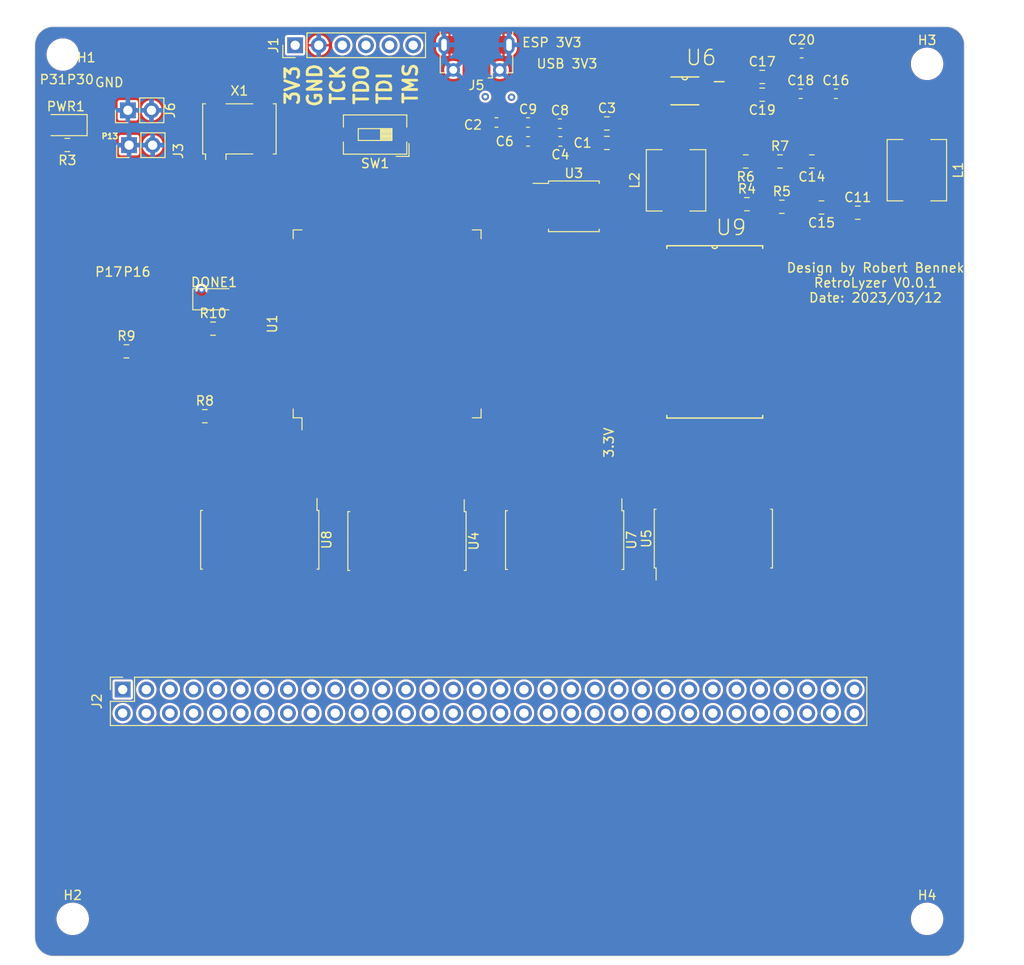
<source format=kicad_pcb>
(kicad_pcb (version 20221018) (generator pcbnew)
  (title_block (title "LogicAnalyzerBoard") (date "2019-12-27") (rev "V0.0.1") (company "SCC"))
  (layers (0 "F.Cu" signal) (1 "In1.Cu" mixed) (2 "In2.Cu" mixed) (31 "B.Cu" signal) (34 "B.Paste" user) (35 "F.Paste" user) (36 "B.SilkS" user "B.Silkscreen") (37 "F.SilkS" user "F.Silkscreen") (38 "B.Mask" user) (39 "F.Mask" user) (44 "Edge.Cuts" user))
  (net 0 "")
  (net 1 "GND")
  (net 2 "+3V3")
  (net 3 "/FPGA/TCK")
  (net 4 "/FPGA/TDO")
  (net 5 "/FPGA/TDI")
  (net 6 "/FPGA/TMS")
  (net 7 "+5V")
  (net 8 "Net-(DONE1-K)")
  (net 9 "+1V2")
  (net 13 "/FPGA/D15")
  (net 14 "/FPGA/D14")
  (net 15 "/FPGA/D13")
  (net 16 "/FPGA/D12")
  (net 17 "/FPGA/D11")
  (net 18 "/FPGA/D10")
  (net 19 "/FPGA/D9")
  (net 20 "/FPGA/D8")
  (net 21 "/FPGA/D7")
  (net 22 "/FPGA/D6")
  (net 23 "/FPGA/D5")
  (net 24 "/FPGA/D4")
  (net 25 "/FPGA/D3")
  (net 26 "/FPGA/D2")
  (net 27 "/FPGA/D1")
  (net 28 "/FPGA/D0")
  (net 29 "/FPGA/D16")
  (net 30 "/FPGA/D17")
  (net 31 "/FPGA/D18")
  (net 32 "/FPGA/D19")
  (net 33 "/FPGA/D20")
  (net 34 "/FPGA/D21")
  (net 35 "/FPGA/D22")
  (net 36 "/FPGA/D23")
  (net 37 "/FPGA/D24")
  (net 38 "/FPGA/D25")
  (net 39 "/FPGA/D26")
  (net 40 "/FPGA/D27")
  (net 41 "/FPGA/D28")
  (net 42 "/FPGA/D29")
  (net 43 "/FPGA/D30")
  (net 44 "/FPGA/D31")
  (net 45 "/FPGA/CLK50")
  (net 46 "/FPGA/P30")
  (net 47 "/FPGA/P29")
  (net 48 "/FPGA/P27")
  (net 49 "/FPGA/P26")
  (net 50 "/FPGA/P24")
  (net 51 "/FPGA/P1")
  (net 52 "/FPGA/DIRA")
  (net 53 "/FPGA/nOEA")
  (net 54 "/FPGA/DIRB")
  (net 55 "/FPGA/nOEB")
  (net 56 "/FPGA/FLASH_CS")
  (net 57 "/FPGA/FLASH_SO")
  (net 58 "/FPGA/FLASH_SI")
  (net 59 "/FPGA/FLASH_CLK")
  (net 60 "/FPGA/FPGA_DONE")
  (net 61 "/FPGA/P32")
  (net 62 "/FPGA/P33")
  (net 63 "/FPGA/P34")
  (net 64 "/FPGA/P35")
  (net 65 "/FPGA/P39")
  (net 66 "/FPGA/P40")
  (net 67 "/FPGA/P41")
  (net 68 "/FPGA/P43")
  (net 69 "/FPGA/P44")
  (net 70 "/FPGA/P45")
  (net 71 "/FPGA/P46")
  (net 72 "/FPGA/P47")
  (net 73 "/FPGA/P48")
  (net 74 "/FPGA/P50")
  (net 75 "/FPGA/P51")
  (net 76 "/FPGA/P55")
  (net 77 "/FPGA/P56")
  (net 78 "/FPGA/P57")
  (net 79 "/FPGA/P58")
  (net 80 "/FPGA/P59")
  (net 81 "/FPGA/P61")
  (net 82 "/FPGA/P62")
  (net 83 "/FPGA/P66")
  (net 84 "/FPGA/P67")
  (net 85 "/FPGA/CMPCS_B_2")
  (net 86 "/FPGA/P80")
  (net 87 "/FPGA/P81")
  (net 88 "/FPGA/P82")
  (net 89 "/FPGA/P83")
  (net 90 "/FPGA/P84")
  (net 91 "/FPGA/P85")
  (net 92 "/FPGA/P87")
  (net 93 "/FPGA/P88")
  (net 94 "/FPGA/P92")
  (net 95 "/FPGA/P93")
  (net 96 "/FPGA/P95")
  (net 97 "/FPGA/P97")
  (net 98 "/FPGA/P98")
  (net 99 "/FPGA/P99")
  (net 100 "/FPGA/P100")
  (net 101 "/FPGA/P101")
  (net 102 "/FPGA/P102")
  (net 103 "/FPGA/P104")
  (net 104 "/FPGA/P105")
  (net 105 "/FPGA/P111")
  (net 106 "/FPGA/P112")
  (net 107 "/FPGA/P114")
  (net 108 "/FPGA/P115")
  (net 109 "/FPGA/P116")
  (net 110 "USB_5V")
  (net 111 "HSPI_CS0")
  (net 112 "HSPI_ID")
  (net 113 "HSPI_Q")
  (net 114 "HSPI_CLK")
  (net 115 "/FPGA/I1")
  (net 116 "/FPGA/I2")
  (net 117 "/FPGA/I3")
  (net 118 "/FPGA/I4")
  (net 119 "/FPGA/I5")
  (net 120 "/FPGA/I6")
  (net 121 "/FPGA/I7")
  (net 122 "/FPGA/I8")
  (net 123 "/FPGA/I9")
  (net 124 "/FPGA/I10")
  (net 125 "/FPGA/I11")
  (net 126 "/FPGA/I12")
  (net 127 "/FPGA/I13")
  (net 128 "/FPGA/I14")
  (net 129 "/FPGA/I15")
  (net 130 "Net-(PWR1-A)")
  (net 131 "Net-(U1C-PROGRAM_B_2)")
  (net 133 "Net-(U1D-GND-Pad113)")
  (net 136 "A17")
  (net 137 "A18")
  (net 138 "A19")
  (net 139 "A20")
  (net 140 "A21")
  (net 141 "A22")
  (net 142 "A23")
  (net 165 "I0")
  (net 183 "/FPGA/nOE_3_2")
  (net 184 "/FPGA/nOE_3_1")
  (net 185 "/FPGA/DIR_3_2")
  (net 186 "/FPGA/DIR_3_1")
  (net 187 "IO_16")
  (net 188 "IO_17")
  (net 189 "IO_18")
  (net 190 "A1")
  (net 191 "A2")
  (net 192 "A3")
  (net 193 "A4")
  (net 194 "A5")
  (net 195 "A6")
  (net 196 "A7")
  (net 197 "A8")
  (net 198 "A9")
  (net 199 "A10")
  (net 200 "A11")
  (net 201 "A12")
  (net 202 "A13")
  (net 203 "A14")
  (net 204 "A15")
  (net 205 "A16")
  (net 213 "IO_23")
  (net 214 "IO_22")
  (net 215 "IO_21")
  (net 216 "IO_20")
  (net 217 "IO_19")
  (net 237 "Net-(U6-SW1)")
  (net 238 "Net-(U6-SW2)")
  (net 239 "Net-(U6-VFB2)")
  (net 240 "Net-(U6-VFB1)")
  (footprint "Connector_USB:USB_Micro-B_Molex-105017-0001" (layer "F.Cu") (at 147.514 33.1935 180)
    (fp_text reference "J5" (at 0 -3.1125) (layer "F.SilkS"))
    (fp_text value "USB_B_Micro")
    (pad "1" smd rect (at -1.3 -1.4625 180) (size 0.4 1.35) (layers "F.Cu" "F.Paste" "F.Mask") (net 110 "USB_5V"))
    (pad "2" smd rect (at -0.65 -1.4625 180) (size 0.4 1.35) (layers "F.Cu" "F.Paste" "F.Mask"))
    (pad "3" smd rect (at 0 -1.4625 180) (size 0.4 1.35) (layers "F.Cu" "F.Paste" "F.Mask"))
    (pad "4" smd rect (at 0.65 -1.4625 180) (size 0.4 1.35) (layers "F.Cu" "F.Paste" "F.Mask"))
    (pad "5" smd rect (at 1.3 -1.4625 180) (size 0.4 1.35) (layers "F.Cu" "F.Paste" "F.Mask") (net 1 "GND"))
    (pad "6" thru_hole oval (at -3.5 1.2375) (size 1.2 1.9) (drill oval 0.6 1.3) (layers "*.Cu" "*.Mask") (net 1 "GND"))
    (pad "6" smd rect (at -2.9 1.2375 180) (size 1.2 1.9) (layers "F.Cu" "F.Mask") (net 1 "GND"))
    (pad "6" thru_hole circle (at -2.5 -1.4625 180) (size 1.45 1.45) (drill 0.85) (layers "*.Cu" "*.Mask") (net 1 "GND"))
    (pad "6" smd rect (at -1 1.2375 180) (size 1.5 1.9) (layers "F.Cu" "F.Paste" "F.Mask") (net 1 "GND"))
    (pad "6" smd rect (at 1 1.2375 180) (size 1.5 1.9) (layers "F.Cu" "F.Paste" "F.Mask") (net 1 "GND"))
    (pad "6" thru_hole circle (at 2.5 -1.4625 180) (size 1.45 1.45) (drill 0.85) (layers "*.Cu" "*.Mask") (net 1 "GND"))
    (pad "6" smd rect (at 2.9 1.2375 180) (size 1.2 1.9) (layers "F.Cu" "F.Mask") (net 1 "GND"))
    (pad "6" thru_hole oval (at 3.5 1.2375 180) (size 1.2 1.9) (drill oval 0.6 1.3) (layers "*.Cu" "*.Mask") (net 1 "GND"))
  )
  (footprint "Button_Switch_SMD:SW_DIP_SPSTx01_Slide_6.7x4.1mm_W8.61mm_P2.54mm_LowProfile" (layer "F.Cu") (at 136.6014 41.608 180)
    (fp_text reference "SW1" (at 0 -3.11) (layer "F.SilkS"))
    (fp_text value "SW_Push")
    (pad "1" smd rect (at -4.305 0 180) (size 2.44 1.12) (layers "F.Cu" "F.Paste" "F.Mask") (net 131 "Net-(U1C-PROGRAM_B_2)"))
    (pad "2" smd rect (at 4.305 0 180) (size 2.44 1.12) (layers "F.Cu" "F.Paste" "F.Mask") (net 1 "GND"))
  )
  (footprint "Package_QFP:LQFP-144_20x20mm_P0.5mm" (layer "F.Cu") (at 137.8968 61.9788 90)
    (fp_text reference "U1" (at 0 -12.35 90) (layer "F.SilkS"))
    (fp_text value "XC6SLX9-TQG144")
    (pad "1" smd roundrect (at -10.6625 -8.75 90) (size 1.475 0.3) (layers "F.Cu" "F.Paste" "F.Mask") (net 51 "/FPGA/P1"))
    (pad "2" smd roundrect (at -10.6625 -8.25 90) (size 1.475 0.3) (layers "F.Cu" "F.Paste" "F.Mask") (net 13 "/FPGA/D15"))
    (pad "3" smd roundrect (at -10.6625 -7.75 90) (size 1.475 0.3) (layers "F.Cu" "F.Paste" "F.Mask") (net 1 "GND"))
    (pad "4" smd roundrect (at -10.6625 -7.25 90) (size 1.475 0.3) (layers "F.Cu" "F.Paste" "F.Mask") (net 2 "+3V3"))
    (pad "5" smd roundrect (at -10.6625 -6.75 90) (size 1.475 0.3) (layers "F.Cu" "F.Paste" "F.Mask") (net 14 "/FPGA/D14"))
    (pad "6" smd roundrect (at -10.6625 -6.25 90) (size 1.475 0.3) (layers "F.Cu" "F.Paste" "F.Mask") (net 15 "/FPGA/D13"))
    (pad "7" smd roundrect (at -10.6625 -5.75 90) (size 1.475 0.3) (layers "F.Cu" "F.Paste" "F.Mask") (net 16 "/FPGA/D12"))
    (pad "8" smd roundrect (at -10.6625 -5.25 90) (size 1.475 0.3) (layers "F.Cu" "F.Paste" "F.Mask") (net 17 "/FPGA/D11"))
    (pad "9" smd roundrect (at -10.6625 -4.75 90) (size 1.475 0.3) (layers "F.Cu" "F.Paste" "F.Mask") (net 18 "/FPGA/D10"))
    (pad "10" smd roundrect (at -10.6625 -4.25 90) (size 1.475 0.3) (layers "F.Cu" "F.Paste" "F.Mask") (net 19 "/FPGA/D9"))
    (pad "11" smd roundrect (at -10.6625 -3.75 90) (size 1.475 0.3) (layers "F.Cu" "F.Paste" "F.Mask") (net 20 "/FPGA/D8"))
    (pad "12" smd roundrect (at -10.6625 -3.25 90) (size 1.475 0.3) (layers "F.Cu" "F.Paste" "F.Mask") (net 21 "/FPGA/D7"))
    (pad "13" smd roundrect (at -10.6625 -2.75 90) (size 1.475 0.3) (layers "F.Cu" "F.Paste" "F.Mask") (net 1 "GND"))
    (pad "14" smd roundrect (at -10.6625 -2.25 90) (size 1.475 0.3) (layers "F.Cu" "F.Paste" "F.Mask") (net 22 "/FPGA/D6"))
    (pad "15" smd roundrect (at -10.6625 -1.75 90) (size 1.475 0.3) (layers "F.Cu" "F.Paste" "F.Mask") (net 23 "/FPGA/D5"))
    (pad "16" smd roundrect (at -10.6625 -1.25 90) (size 1.475 0.3) (layers "F.Cu" "F.Paste" "F.Mask") (net 24 "/FPGA/D4"))
    (pad "17" smd roundrect (at -10.6625 -0.75 90) (size 1.475 0.3) (layers "F.Cu" "F.Paste" "F.Mask") (net 25 "/FPGA/D3"))
    (pad "18" smd roundrect (at -10.6625 -0.25 90) (size 1.475 0.3) (layers "F.Cu" "F.Paste" "F.Mask"))
    (pad "19" smd roundrect (at -10.6625 0.25 90) (size 1.475 0.3) (layers "F.Cu" "F.Paste" "F.Mask") (net 9 "+1V2"))
    (pad "20" smd roundrect (at -10.6625 0.75 90) (size 1.475 0.3) (layers "F.Cu" "F.Paste" "F.Mask") (net 2 "+3V3"))
    (pad "21" smd roundrect (at -10.6625 1.25 90) (size 1.475 0.3) (layers "F.Cu" "F.Paste" "F.Mask") (net 26 "/FPGA/D2"))
    (pad "22" smd roundrect (at -10.6625 1.75 90) (size 1.475 0.3) (layers "F.Cu" "F.Paste" "F.Mask") (net 27 "/FPGA/D1"))
    (pad "23" smd roundrect (at -10.6625 2.25 90) (size 1.475 0.3) (layers "F.Cu" "F.Paste" "F.Mask") (net 28 "/FPGA/D0"))
    (pad "24" smd roundrect (at -10.6625 2.75 90) (size 1.475 0.3) (layers "F.Cu" "F.Paste" "F.Mask") (net 50 "/FPGA/P24"))
    (pad "25" smd roundrect (at -10.6625 3.25 90) (size 1.475 0.3) (layers "F.Cu" "F.Paste" "F.Mask") (net 1 "GND"))
    (pad "26" smd roundrect (at -10.6625 3.75 90) (size 1.475 0.3) (layers "F.Cu" "F.Paste" "F.Mask") (net 49 "/FPGA/P26"))
    (pad "27" smd roundrect (at -10.6625 4.25 90) (size 1.475 0.3) (layers "F.Cu" "F.Paste" "F.Mask") (net 48 "/FPGA/P27"))
    (pad "28" smd roundrect (at -10.6625 4.75 90) (size 1.475 0.3) (layers "F.Cu" "F.Paste" "F.Mask") (net 9 "+1V2"))
    (pad "29" smd roundrect (at -10.6625 5.25 90) (size 1.475 0.3) (layers "F.Cu" "F.Paste" "F.Mask") (net 47 "/FPGA/P29"))
    (pad "30" smd roundrect (at -10.6625 5.75 90) (size 1.475 0.3) (layers "F.Cu" "F.Paste" "F.Mask") (net 46 "/FPGA/P30"))
    (pad "31" smd roundrect (at -10.6625 6.25 90) (size 1.475 0.3) (layers "F.Cu" "F.Paste" "F.Mask") (net 2 "+3V3"))
    (pad "32" smd roundrect (at -10.6625 6.75 90) (size 1.475 0.3) (layers "F.Cu" "F.Paste" "F.Mask") (net 61 "/FPGA/P32"))
    (pad "33" smd roundrect (at -10.6625 7.25 90) (size 1.475 0.3) (layers "F.Cu" "F.Paste" "F.Mask") (net 62 "/FPGA/P33"))
    (pad "34" smd roundrect (at -10.6625 7.75 90) (size 1.475 0.3) (layers "F.Cu" "F.Paste" "F.Mask") (net 63 "/FPGA/P34"))
    (pad "35" smd roundrect (at -10.6625 8.25 90) (size 1.475 0.3) (layers "F.Cu" "F.Paste" "F.Mask") (net 64 "/FPGA/P35"))
    (pad "36" smd roundrect (at -10.6625 8.75 90) (size 1.475 0.3) (layers "F.Cu" "F.Paste" "F.Mask") (net 2 "+3V3"))
    (pad "37" smd roundrect (at -8.75 10.6625 90) (size 0.3 1.475) (layers "F.Cu" "F.Paste" "F.Mask") (net 131 "Net-(U1C-PROGRAM_B_2)"))
    (pad "38" smd roundrect (at -8.25 10.6625 90) (size 0.3 1.475) (layers "F.Cu" "F.Paste" "F.Mask") (net 56 "/FPGA/FLASH_CS"))
    (pad "39" smd roundrect (at -7.75 10.6625 90) (size 0.3 1.475) (layers "F.Cu" "F.Paste" "F.Mask") (net 65 "/FPGA/P39"))
    (pad "40" smd roundrect (at -7.25 10.6625 90) (size 0.3 1.475) (layers "F.Cu" "F.Paste" "F.Mask") (net 66 "/FPGA/P40"))
    (pad "41" smd roundrect (at -6.75 10.6625 90) (size 0.3 1.475) (layers "F.Cu" "F.Paste" "F.Mask") (net 67 "/FPGA/P41"))
    (pad "42" smd roundrect (at -6.25 10.6625 90) (size 0.3 1.475) (layers "F.Cu" "F.Paste" "F.Mask") (net 2 "+3V3"))
    (pad "43" smd roundrect (at -5.75 10.6625 90) (size 0.3 1.475) (layers "F.Cu" "F.Paste" "F.Mask") (net 68 "/FPGA/P43"))
    (pad "44" smd roundrect (at -5.25 10.6625 90) (size 0.3 1.475) (layers "F.Cu" "F.Paste" "F.Mask") (net 69 "/FPGA/P44"))
    (pad "45" smd roundrect (at -4.75 10.6625 90) (size 0.3 1.475) (layers "F.Cu" "F.Paste" "F.Mask") (net 70 "/FPGA/P45"))
    (pad "46" smd roundrect (at -4.25 10.6625 90) (size 0.3 1.475) (layers "F.Cu" "F.Paste" "F.Mask") (net 71 "/FPGA/P46"))
    (pad "47" smd roundrect (at -3.75 10.6625 90) (size 0.3 1.475) (layers "F.Cu" "F.Paste" "F.Mask") (net 72 "/FPGA/P47"))
    (pad "48" smd roundrect (at -3.25 10.6625 90) (size 0.3 1.475) (layers "F.Cu" "F.Paste" "F.Mask") (net 73 "/FPGA/P48"))
    (pad "49" smd roundrect (at -2.75 10.6625 90) (size 0.3 1.475) (layers "F.Cu" "F.Paste" "F.Mask") (net 1 "GND"))
    (pad "50" smd roundrect (at -2.25 10.6625 90) (size 0.3 1.475) (layers "F.Cu" "F.Paste" "F.Mask") (net 74 "/FPGA/P50"))
    (pad "51" smd roundrect (at -1.75 10.6625 90) (size 0.3 1.475) (layers "F.Cu" "F.Paste" "F.Mask") (net 75 "/FPGA/P51"))
    (pad "52" smd roundrect (at -1.25 10.6625 90) (size 0.3 1.475) (layers "F.Cu" "F.Paste" "F.Mask") (net 9 "+1V2"))
    (pad "53" smd roundrect (at -0.75 10.6625 90) (size 0.3 1.475) (layers "F.Cu" "F.Paste" "F.Mask") (net 2 "+3V3"))
    (pad "54" smd roundrect (at -0.25 10.6625 90) (size 0.3 1.475) (layers "F.Cu" "F.Paste" "F.Mask") (net 1 "GND"))
    (pad "55" smd roundrect (at 0.25 10.6625 90) (size 0.3 1.475) (layers "F.Cu" "F.Paste" "F.Mask") (net 76 "/FPGA/P55"))
    (pad "56" smd roundrect (at 0.75 10.6625 90) (size 0.3 1.475) (layers "F.Cu" "F.Paste" "F.Mask") (net 77 "/FPGA/P56"))
    (pad "57" smd roundrect (at 1.25 10.6625 90) (size 0.3 1.475) (layers "F.Cu" "F.Paste" "F.Mask") (net 78 "/FPGA/P57"))
    (pad "58" smd roundrect (at 1.75 10.6625 90) (size 0.3 1.475) (layers "F.Cu" "F.Paste" "F.Mask") (net 79 "/FPGA/P58"))
    (pad "59" smd roundrect (at 2.25 10.6625 90) (size 0.3 1.475) (layers "F.Cu" "F.Paste" "F.Mask") (net 80 "/FPGA/P59"))
    (pad "60" smd roundrect (at 2.75 10.6625 90) (size 0.3 1.475) (layers "F.Cu" "F.Paste" "F.Mask") (net 1 "GND"))
    (pad "61" smd roundrect (at 3.25 10.6625 90) (size 0.3 1.475) (layers "F.Cu" "F.Paste" "F.Mask") (net 81 "/FPGA/P61"))
    (pad "62" smd roundrect (at 3.75 10.6625 90) (size 0.3 1.475) (layers "F.Cu" "F.Paste" "F.Mask") (net 82 "/FPGA/P62"))
    (pad "63" smd roundrect (at 4.25 10.6625 90) (size 0.3 1.475) (layers "F.Cu" "F.Paste" "F.Mask") (net 2 "+3V3"))
    (pad "64" smd roundrect (at 4.75 10.6625 90) (size 0.3 1.475) (layers "F.Cu" "F.Paste" "F.Mask") (net 58 "/FPGA/FLASH_SI"))
    (pad "65" smd roundrect (at 5.25 10.6625 90) (size 0.3 1.475) (layers "F.Cu" "F.Paste" "F.Mask") (net 57 "/FPGA/FLASH_SO"))
    (pad "66" smd roundrect (at 5.75 10.6625 90) (size 0.3 1.475) (layers "F.Cu" "F.Paste" "F.Mask") (net 83 "/FPGA/P66"))
    (pad "67" smd roundrect (at 6.25 10.6625 90) (size 0.3 1.475) (layers "F.Cu" "F.Paste" "F.Mask") (net 84 "/FPGA/P67"))
    (pad "68" smd roundrect (at 6.75 10.6625 90) (size 0.3 1.475) (layers "F.Cu" "F.Paste" "F.Mask") (net 1 "GND"))
    (pad "69" smd roundrect (at 7.25 10.6625 90) (size 0.3 1.475) (layers "F.Cu" "F.Paste" "F.Mask") (net 2 "+3V3"))
    (pad "70" smd roundrect (at 7.75 10.6625 90) (size 0.3 1.475) (layers "F.Cu" "F.Paste" "F.Mask") (net 59 "/FPGA/FLASH_CLK"))
    (pad "71" smd roundrect (at 8.25 10.6625 90) (size 0.3 1.475) (layers "F.Cu" "F.Paste" "F.Mask") (net 60 "/FPGA/FPGA_DONE"))
    (pad "72" smd roundrect (at 8.75 10.6625 90) (size 0.3 1.475) (layers "F.Cu" "F.Paste" "F.Mask") (net 85 "/FPGA/CMPCS_B_2"))
    (pad "73" smd roundrect (at 10.6625 8.75 90) (size 1.475 0.3) (layers "F.Cu" "F.Paste" "F.Mask") (net 1 "GND"))
    (pad "74" smd roundrect (at 10.6625 8.25 90) (size 1.475 0.3) (layers "F.Cu" "F.Paste" "F.Mask") (net 111 "HSPI_CS0"))
    (pad "75" smd roundrect (at 10.6625 7.75 90) (size 1.475 0.3) (layers "F.Cu" "F.Paste" "F.Mask") (net 112 "HSPI_ID"))
    (pad "76" smd roundrect (at 10.6625 7.25 90) (size 1.475 0.3) (layers "F.Cu" "F.Paste" "F.Mask") (net 2 "+3V3"))
    (pad "77" smd roundrect (at 10.6625 6.75 90) (size 1.475 0.3) (layers "F.Cu" "F.Paste" "F.Mask") (net 1 "GND"))
    (pad "78" smd roundrect (at 10.6625 6.25 90) (size 1.475 0.3) (layers "F.Cu" "F.Paste" "F.Mask") (net 113 "HSPI_Q"))
    (pad "79" smd roundrect (at 10.6625 5.75 90) (size 1.475 0.3) (layers "F.Cu" "F.Paste" "F.Mask") (net 114 "HSPI_CLK"))
    (pad "80" smd roundrect (at 10.6625 5.25 90) (size 1.475 0.3) (layers "F.Cu" "F.Paste" "F.Mask") (net 86 "/FPGA/P80"))
    (pad "81" smd roundrect (at 10.6625 4.75 90) (size 1.475 0.3) (layers "F.Cu" "F.Paste" "F.Mask") (net 87 "/FPGA/P81"))
    (pad "82" smd roundrect (at 10.6625 4.25 90) (size 1.475 0.3) (layers "F.Cu" "F.Paste" "F.Mask") (net 88 "/FPGA/P82"))
    (pad "83" smd roundrect (at 10.6625 3.75 90) (size 1.475 0.3) (layers "F.Cu" "F.Paste" "F.Mask") (net 89 "/FPGA/P83"))
    (pad "84" smd roundrect (at 10.6625 3.25 90) (size 1.475 0.3) (layers "F.Cu" "F.Paste" "F.Mask") (net 90 "/FPGA/P84"))
    (pad "85" smd roundrect (at 10.6625 2.75 90) (size 1.475 0.3) (layers "F.Cu" "F.Paste" "F.Mask") (net 91 "/FPGA/P85"))
    (pad "86" smd roundrect (at 10.6625 2.25 90) (size 1.475 0.3) (layers "F.Cu" "F.Paste" "F.Mask") (net 2 "+3V3"))
    (pad "87" smd roundrect (at 10.6625 1.75 90) (size 1.475 0.3) (layers "F.Cu" "F.Paste" "F.Mask") (net 92 "/FPGA/P87"))
    (pad "88" smd roundrect (at 10.6625 1.25 90) (size 1.475 0.3) (layers "F.Cu" "F.Paste" "F.Mask") (net 93 "/FPGA/P88"))
    (pad "89" smd roundrect (at 10.6625 0.75 90) (size 1.475 0.3) (layers "F.Cu" "F.Paste" "F.Mask") (net 9 "+1V2"))
    (pad "90" smd roundrect (at 10.6625 0.25 90) (size 1.475 0.3) (layers "F.Cu" "F.Paste" "F.Mask") (net 2 "+3V3"))
    (pad "91" smd roundrect (at 10.6625 -0.25 90) (size 1.475 0.3) (layers "F.Cu" "F.Paste" "F.Mask") (net 133 "Net-(U1D-GND-Pad113)"))
    (pad "92" smd roundrect (at 10.6625 -0.75 90) (size 1.475 0.3) (layers "F.Cu" "F.Paste" "F.Mask") (net 94 "/FPGA/P92"))
    (pad "93" smd roundrect (at 10.6625 -1.25 90) (size 1.475 0.3) (layers "F.Cu" "F.Paste" "F.Mask") (net 95 "/FPGA/P93"))
    (pad "94" smd roundrect (at 10.6625 -1.75 90) (size 1.475 0.3) (layers "F.Cu" "F.Paste" "F.Mask") (net 45 "/FPGA/CLK50"))
    (pad "95" smd roundrect (at 10.6625 -2.25 90) (size 1.475 0.3) (layers "F.Cu" "F.Paste" "F.Mask") (net 96 "/FPGA/P95"))
    (pad "96" smd roundrect (at 10.6625 -2.75 90) (size 1.475 0.3) (layers "F.Cu" "F.Paste" "F.Mask") (net 133 "Net-(U1D-GND-Pad113)"))
    (pad "97" smd roundrect (at 10.6625 -3.25 90) (size 1.475 0.3) (layers "F.Cu" "F.Paste" "F.Mask") (net 97 "/FPGA/P97"))
    (pad "98" smd roundrect (at 10.6625 -3.75 90) (size 1.475 0.3) (layers "F.Cu" "F.Paste" "F.Mask") (net 98 "/FPGA/P98"))
    (pad "99" smd roundrect (at 10.6625 -4.25 90) (size 1.475 0.3) (layers "F.Cu" "F.Paste" "F.Mask") (net 99 "/FPGA/P99"))
    (pad "100" smd roundrect (at 10.6625 -4.75 90) (size 1.475 0.3) (layers "F.Cu" "F.Paste" "F.Mask") (net 100 "/FPGA/P100"))
    (pad "101" smd roundrect (at 10.6625 -5.25 90) (size 1.475 0.3) (layers "F.Cu" "F.Paste" "F.Mask") (net 101 "/FPGA/P101"))
    (pad "102" smd roundrect (at 10.6625 -5.75 90) (size 1.475 0.3) (layers "F.Cu" "F.Paste" "F.Mask") (net 102 "/FPGA/P102"))
    (pad "103" smd roundrect (at 10.6625 -6.25 90) (size 1.475 0.3) (layers "F.Cu" "F.Paste" "F.Mask") (net 2 "+3V3"))
    (pad "104" smd roundrect (at 10.6625 -6.75 90) (size 1.475 0.3) (layers "F.Cu" "F.Paste" "F.Mask") (net 103 "/FPGA/P104"))
    (pad "105" smd roundrect (at 10.6625 -7.25 90) (size 1.475 0.3) (layers "F.Cu" "F.Paste" "F.Mask") (net 104 "/FPGA/P105"))
    (pad "106" smd roundrect (at 10.6625 -7.75 90) (size 1.475 0.3) (layers "F.Cu" "F.Paste" "F.Mask") (net 4 "/FPGA/TDO"))
    (pad "107" smd roundrect (at 10.6625 -8.25 90) (size 1.475 0.3) (layers "F.Cu" "F.Paste" "F.Mask") (net 6 "/FPGA/TMS"))
    (pad "108" smd roundrect (at 10.6625 -8.75 90) (size 1.475 0.3) (layers "F.Cu" "F.Paste" "F.Mask"))
    (pad "109" smd roundrect (at 8.75 -10.6625 90) (size 0.3 1.475) (layers "F.Cu" "F.Paste" "F.Mask") (net 3 "/FPGA/TCK"))
    (pad "110" smd roundrect (at 8.25 -10.6625 90) (size 0.3 1.475) (layers "F.Cu" "F.Paste" "F.Mask") (net 5 "/FPGA/TDI"))
    (pad "111" smd roundrect (at 7.75 -10.6625 90) (size 0.3 1.475) (layers "F.Cu" "F.Paste" "F.Mask") (net 105 "/FPGA/P111"))
    (pad "112" smd roundrect (at 7.25 -10.6625 90) (size 0.3 1.475) (layers "F.Cu" "F.Paste" "F.Mask") (net 106 "/FPGA/P112"))
    (pad "113" smd roundrect (at 6.75 -10.6625 90) (size 0.3 1.475) (layers "F.Cu" "F.Paste" "F.Mask") (net 133 "Net-(U1D-GND-Pad113)"))
    (pad "114" smd roundrect (at 6.25 -10.6625 90) (size 0.3 1.475) (layers "F.Cu" "F.Paste" "F.Mask") (net 107 "/FPGA/P114"))
    (pad "115" smd roundrect (at 5.75 -10.6625 90) (size 0.3 1.475) (layers "F.Cu" "F.Paste" "F.Mask") (net 108 "/FPGA/P115"))
    (pad "116" smd roundrect (at 5.25 -10.6625 90) (size 0.3 1.475) (layers "F.Cu" "F.Paste" "F.Mask") (net 109 "/FPGA/P116"))
    (pad "117" smd roundrect (at 4.75 -10.6625 90) (size 0.3 1.475) (layers "F.Cu" "F.Paste" "F.Mask") (net 183 "/FPGA/nOE_3_2"))
    (pad "118" smd roundrect (at 4.25 -10.6625 90) (size 0.3 1.475) (layers "F.Cu" "F.Paste" "F.Mask") (net 184 "/FPGA/nOE_3_1"))
    (pad "119" smd roundrect (at 3.75 -10.6625 90) (size 0.3 1.475) (layers "F.Cu" "F.Paste" "F.Mask") (net 185 "/FPGA/DIR_3_2"))
    (pad "120" smd roundrect (at 3.25 -10.6625 90) (size 0.3 1.475) (layers "F.Cu" "F.Paste" "F.Mask") (net 186 "/FPGA/DIR_3_1"))
    (pad "121" smd roundrect (at 2.75 -10.6625 90) (size 0.3 1.475) (layers "F.Cu" "F.Paste" "F.Mask") (net 44 "/FPGA/D31"))
    (pad "122" smd roundrect (at 2.25 -10.6625 90) (size 0.3 1.475) (layers "F.Cu" "F.Paste" "F.Mask") (net 2 "+3V3"))
    (pad "123" smd roundrect (at 1.75 -10.6625 90) (size 0.3 1.475) (layers "F.Cu" "F.Paste" "F.Mask") (net 43 "/FPGA/D30"))
    (pad "124" smd roundrect (at 1.25 -10.6625 90) (size 0.3 1.475) (layers "F.Cu" "F.Paste" "F.Mask") (net 42 "/FPGA/D29"))
    (pad "125" smd roundrect (at 0.75 -10.6625 90) (size 0.3 1.475) (layers "F.Cu" "F.Paste" "F.Mask") (net 2 "+3V3"))
    (pad "126" smd roundrect (at 0.25 -10.6625 90) (size 0.3 1.475) (layers "F.Cu" "F.Paste" "F.Mask") (net 41 "/FPGA/D28"))
    (pad "127" smd roundrect (at -0.25 -10.6625 90) (size 0.3 1.475) (layers "F.Cu" "F.Paste" "F.Mask") (net 40 "/FPGA/D27"))
    (pad "128" smd roundrect (at -0.75 -10.6625 90) (size 0.3 1.475) (layers "F.Cu" "F.Paste" "F.Mask") (net 9 "+1V2"))
    (pad "129" smd roundrect (at -1.25 -10.6625 90) (size 0.3 1.475) (layers "F.Cu" "F.Paste" "F.Mask") (net 2 "+3V3"))
    (pad "130" smd roundrect (at -1.75 -10.6625 90) (size 0.3 1.475) (layers "F.Cu" "F.Paste" "F.Mask"))
    (pad "131" smd roundrect (at -2.25 -10.6625 90) (size 0.3 1.475) (layers "F.Cu" "F.Paste" "F.Mask") (net 39 "/FPGA/D26"))
    (pad "132" smd roundrect (at -2.75 -10.6625 90) (size 0.3 1.475) (layers "F.Cu" "F.Paste" "F.Mask") (net 38 "/FPGA/D25"))
    (pad "133" smd roundrect (at -3.25 -10.6625 90) (size 0.3 1.475) (layers "F.Cu" "F.Paste" "F.Mask") (net 37 "/FPGA/D24"))
    (pad "134" smd roundrect (at -3.75 -10.6625 90) (size 0.3 1.475) (layers "F.Cu" "F.Paste" "F.Mask") (net 36 "/FPGA/D23"))
    (pad "135" smd roundrect (at -4.25 -10.6625 90) (size 0.3 1.475) (layers "F.Cu" "F.Paste" "F.Mask") (net 2 "+3V3"))
    (pad "136" smd roundrect (at -4.75 -10.6625 90) (size 0.3 1.475) (layers "F.Cu" "F.Paste" "F.Mask") (net 133 "Net-(U1D-GND-Pad113)"))
    (pad "137" smd roundrect (at -5.25 -10.6625 90) (size 0.3 1.475) (layers "F.Cu" "F.Paste" "F.Mask") (net 35 "/FPGA/D22"))
    (pad "138" smd roundrect (at -5.75 -10.6625 90) (size 0.3 1.475) (layers "F.Cu" "F.Paste" "F.Mask") (net 34 "/FPGA/D21"))
    (pad "139" smd roundrect (at -6.25 -10.6625 90) (size 0.3 1.475) (layers "F.Cu" "F.Paste" "F.Mask") (net 33 "/FPGA/D20"))
    (pad "140" smd roundrect (at -6.75 -10.6625 90) (size 0.3 1.475) (layers "F.Cu" "F.Paste" "F.Mask") (net 32 "/FPGA/D19"))
    (pad "141" smd roundrect (at -7.25 -10.6625 90) (size 0.3 1.475) (layers "F.Cu" "F.Paste" "F.Mask") (net 31 "/FPGA/D18"))
    (pad "142" smd roundrect (at -7.75 -10.6625 90) (size 0.3 1.475) (layers "F.Cu" "F.Paste" "F.Mask") (net 30 "/FPGA/D17"))
    (pad "143" smd roundrect (at -8.25 -10.6625 90) (size 0.3 1.475) (layers "F.Cu" "F.Paste" "F.Mask") (net 29 "/FPGA/D16"))
    (pad "144" smd roundrect (at -8.75 -10.6625 90) (size 0.3 1.475) (layers "F.Cu" "F.Paste" "F.Mask") (net 2 "+3V3"))
  )
  (footprint "Resistor_SMD:R_0805_2012Metric" (layer "F.Cu") (at 180.3679 49.3804)
    (fp_text reference "R5" (at 0 -1.65) (layer "F.SilkS"))
    (fp_text value "1K5")
    (pad "1" smd roundrect (at -0.9375 0) (size 0.975 1.4) (layers "F.Cu" "F.Paste" "F.Mask") (net 239 "Net-(U6-VFB2)"))
    (pad "2" smd roundrect (at 0.9375 0) (size 0.975 1.4) (layers "F.Cu" "F.Paste" "F.Mask") (net 1 "GND"))
  )
  (footprint "Oscillator:Oscillator_SMD_IQD_IQXO70-4Pin_7.5x5.0mm" (layer "F.Cu") (at 122 41)
    (fp_text reference "X1" (at 0 -4.1) (layer "F.SilkS"))
    (fp_text value "IQXO-70")
    (pad "1" smd rect (at -2.54 2.1) (size 1.8 2) (layers "F.Cu" "F.Paste" "F.Mask") (net 2 "+3V3"))
    (pad "2" smd rect (at 2.54 2.1) (size 1.8 2) (layers "F.Cu" "F.Paste" "F.Mask") (net 1 "GND"))
    (pad "3" smd rect (at 2.54 -2.1) (size 1.8 2) (layers "F.Cu" "F.Paste" "F.Mask") (net 45 "/FPGA/CLK50"))
    (pad "4" smd rect (at -2.54 -2.1) (size 1.8 2) (layers "F.Cu" "F.Paste" "F.Mask") (net 2 "+3V3"))
  )
  (footprint "Connector_PinHeader_2.54mm:PinHeader_1x06_P2.54mm_Vertical" (layer "F.Cu") (at 128 32 90)
    (fp_text reference "J1" (at 0 -2.33 90) (layer "F.SilkS"))
    (fp_text value "Conn_01x06")
    (pad "1" thru_hole rect (at 0 0 90) (size 1.7 1.7) (drill 1) (layers "*.Cu" "*.Mask") (net 2 "+3V3"))
    (pad "2" thru_hole oval (at 0 2.54 90) (size 1.7 1.7) (drill 1) (layers "*.Cu" "*.Mask") (net 1 "GND"))
    (pad "3" thru_hole oval (at 0 5.08 90) (size 1.7 1.7) (drill 1) (layers "*.Cu" "*.Mask") (net 3 "/FPGA/TCK"))
    (pad "4" thru_hole oval (at 0 7.62 90) (size 1.7 1.7) (drill 1) (layers "*.Cu" "*.Mask") (net 4 "/FPGA/TDO"))
    (pad "5" thru_hole oval (at 0 10.16 90) (size 1.7 1.7) (drill 1) (layers "*.Cu" "*.Mask") (net 5 "/FPGA/TDI"))
    (pad "6" thru_hole oval (at 0 12.7 90) (size 1.7 1.7) (drill 1) (layers "*.Cu" "*.Mask") (net 6 "/FPGA/TMS"))
  )
  (footprint "Resistor_SMD:R_0805_2012Metric" (layer "F.Cu") (at 103.48662 42.7312 180)
    (fp_text reference "R3" (at 0 -1.65) (layer "F.SilkS"))
    (fp_text value "1K8")
    (pad "1" smd roundrect (at -0.9375 0 180) (size 0.975 1.4) (layers "F.Cu" "F.Paste" "F.Mask") (net 7 "+5V"))
    (pad "2" smd roundrect (at 0.9375 0 180) (size 0.975 1.4) (layers "F.Cu" "F.Paste" "F.Mask") (net 130 "Net-(PWR1-A)"))
  )
  (footprint "Resistor_SMD:R_0805_2012Metric" (layer "F.Cu") (at 180.16645 44.5036)
    (fp_text reference "R7" (at 0 -1.65) (layer "F.SilkS"))
    (fp_text value "1K5")
    (pad "1" smd roundrect (at -0.9375 0) (size 0.975 1.4) (layers "F.Cu" "F.Paste" "F.Mask") (net 240 "Net-(U6-VFB1)"))
    (pad "2" smd roundrect (at 0.9375 0) (size 0.975 1.4) (layers "F.Cu" "F.Paste" "F.Mask") (net 1 "GND"))
  )
  (footprint "Resistor_SMD:R_0805_2012Metric" (layer "F.Cu") (at 176.48345 44.5036 180)
    (fp_text reference "R6" (at 0 -1.65) (layer "F.SilkS"))
    (fp_text value "6K8")
    (pad "1" smd roundrect (at -0.9375 0 180) (size 0.975 1.4) (layers "F.Cu" "F.Paste" "F.Mask") (net 2 "+3V3"))
    (pad "2" smd roundrect (at 0.9375 0 180) (size 0.975 1.4) (layers "F.Cu" "F.Paste" "F.Mask") (net 240 "Net-(U6-VFB1)"))
  )
  (footprint "Resistor_SMD:R_0805_2012Metric" (layer "F.Cu") (at 176.6087 49.101)
    (fp_text reference "R4" (at 0 -1.65) (layer "F.SilkS"))
    (fp_text value "1K5")
    (pad "1" smd roundrect (at -0.9375 0) (size 0.975 1.4) (layers "F.Cu" "F.Paste" "F.Mask") (net 9 "+1V2"))
    (pad "2" smd roundrect (at 0.9375 0) (size 0.975 1.4) (layers "F.Cu" "F.Paste" "F.Mask") (net 239 "Net-(U6-VFB2)"))
  )
  (footprint "Capacitor_SMD:C_0805_2012Metric" (layer "F.Cu") (at 178.2574 37.3154 180)
    (fp_text reference "C19" (at 0 -1.65) (layer "F.SilkS"))
    (fp_text value "4.7uF")
    (pad "1" smd roundrect (at -0.9375 0 180) (size 0.975 1.4) (layers "F.Cu" "F.Paste" "F.Mask") (net 9 "+1V2"))
    (pad "2" smd roundrect (at 0.9375 0 180) (size 0.975 1.4) (layers "F.Cu" "F.Paste" "F.Mask") (net 1 "GND"))
  )
  (footprint "Capacitor_SMD:C_0805_2012Metric" (layer "F.Cu") (at 161.5467 40.4142)
    (fp_text reference "C3" (at 0 -1.65) (layer "F.SilkS"))
    (fp_text value "4.7uF")
    (pad "1" smd roundrect (at -0.9375 0) (size 0.975 1.4) (layers "F.Cu" "F.Paste" "F.Mask") (net 2 "+3V3"))
    (pad "2" smd roundrect (at 0.9375 0) (size 0.975 1.4) (layers "F.Cu" "F.Paste" "F.Mask") (net 1 "GND"))
  )
  (footprint "Resistor_SMD:R_0805_2012Metric" (layer "F.Cu") (at 118.2835 71.91522)
    (fp_text reference "R8" (at 0 -1.65) (layer "F.SilkS"))
    (fp_text value "4k7")
    (pad "1" smd roundrect (at -0.9375 0) (size 0.975 1.4) (layers "F.Cu" "F.Paste" "F.Mask") (net 2 "+3V3"))
    (pad "2" smd roundrect (at 0.9375 0) (size 0.975 1.4) (layers "F.Cu" "F.Paste" "F.Mask") (net 131 "Net-(U1C-PROGRAM_B_2)"))
  )
  (footprint "Capacitor_SMD:C_0603_1608Metric" (layer "F.Cu") (at 156.5407 42.3446 180)
    (fp_text reference "C4" (at 0 -1.43) (layer "F.SilkS"))
    (fp_text value "100nF")
    (pad "1" smd roundrect (at -0.7875 0 180) (size 0.875 0.95) (layers "F.Cu" "F.Paste" "F.Mask") (net 2 "+3V3"))
    (pad "2" smd roundrect (at 0.7875 0 180) (size 0.875 0.95) (layers "F.Cu" "F.Paste" "F.Mask") (net 1 "GND"))
  )
  (footprint "Capacitor_SMD:C_0603_1608Metric" (layer "F.Cu") (at 153.0607 42.3446)
    (fp_text reference "C6" (at -2.5145 0) (layer "F.SilkS"))
    (fp_text value "100nF")
    (pad "1" smd roundrect (at -0.7875 0) (size 0.875 0.95) (layers "F.Cu" "F.Paste" "F.Mask") (net 2 "+3V3"))
    (pad "2" smd roundrect (at 0.7875 0) (size 0.875 0.95) (layers "F.Cu" "F.Paste" "F.Mask") (net 1 "GND"))
  )
  (footprint "Capacitor_SMD:C_0603_1608Metric" (layer "F.Cu") (at 156.4897 40.4396)
    (fp_text reference "C8" (at 0 -1.43) (layer "F.SilkS"))
    (fp_text value "100nF")
    (pad "1" smd roundrect (at -0.7875 0) (size 0.875 0.95) (layers "F.Cu" "F.Paste" "F.Mask") (net 2 "+3V3"))
    (pad "2" smd roundrect (at 0.7875 0) (size 0.875 0.95) (layers "F.Cu" "F.Paste" "F.Mask") (net 1 "GND"))
  )
  (footprint "Capacitor_SMD:C_0603_1608Metric" (layer "F.Cu") (at 153.0607 40.3126)
    (fp_text reference "C9" (at 0 -1.43) (layer "F.SilkS"))
    (fp_text value "100nF")
    (pad "1" smd roundrect (at -0.7875 0) (size 0.875 0.95) (layers "F.Cu" "F.Paste" "F.Mask") (net 2 "+3V3"))
    (pad "2" smd roundrect (at 0.7875 0) (size 0.875 0.95) (layers "F.Cu" "F.Paste" "F.Mask") (net 1 "GND"))
  )
  (footprint "Capacitor_SMD:C_0805_2012Metric" (layer "F.Cu") (at 184.6351 49.4566 180)
    (fp_text reference "C15" (at 0 -1.65) (layer "F.SilkS"))
    (fp_text value "22uF/6V3")
    (pad "1" smd roundrect (at -0.9375 0 180) (size 0.975 1.4) (layers "F.Cu" "F.Paste" "F.Mask") (net 9 "+1V2"))
    (pad "2" smd roundrect (at 0.9375 0 180) (size 0.975 1.4) (layers "F.Cu" "F.Paste" "F.Mask") (net 1 "GND"))
  )
  (footprint "Capacitor_SMD:C_0603_1608Metric" (layer "F.Cu") (at 186.1821 37.2138)
    (fp_text reference "C16" (at 0 -1.43) (layer "F.SilkS"))
    (fp_text value "100nF")
    (pad "1" smd roundrect (at -0.7875 0) (size 0.875 0.95) (layers "F.Cu" "F.Paste" "F.Mask") (net 9 "+1V2"))
    (pad "2" smd roundrect (at 0.7875 0) (size 0.875 0.95) (layers "F.Cu" "F.Paste" "F.Mask") (net 1 "GND"))
  )
  (footprint "Capacitor_SMD:C_0603_1608Metric" (layer "F.Cu") (at 182.3976 37.2138)
    (fp_text reference "C18" (at 0 -1.43) (layer "F.SilkS"))
    (fp_text value "100nF")
    (pad "1" smd roundrect (at -0.7875 0) (size 0.875 0.95) (layers "F.Cu" "F.Paste" "F.Mask") (net 9 "+1V2"))
    (pad "2" smd roundrect (at 0.7875 0) (size 0.875 0.95) (layers "F.Cu" "F.Paste" "F.Mask") (net 1 "GND"))
  )
  (footprint "Capacitor_SMD:C_0603_1608Metric" (layer "F.Cu") (at 182.4992 32.845)
    (fp_text reference "C20" (at 0 -1.43) (layer "F.SilkS"))
    (fp_text value "100nF")
    (pad "1" smd roundrect (at -0.7875 0) (size 0.875 0.95) (layers "F.Cu" "F.Paste" "F.Mask") (net 9 "+1V2"))
    (pad "2" smd roundrect (at 0.7875 0) (size 0.875 0.95) (layers "F.Cu" "F.Paste" "F.Mask") (net 1 "GND"))
  )
  (footprint "Resistor_SMD:R_0805_2012Metric" (layer "F.Cu") (at 109.84308 64.9353)
    (fp_text reference "R9" (at 0 -1.65) (layer "F.SilkS"))
    (fp_text value "1K")
    (pad "1" smd roundrect (at -0.9375 0) (size 0.975 1.4) (layers "F.Cu" "F.Paste" "F.Mask") (net 2 "+3V3"))
    (pad "2" smd roundrect (at 0.9375 0) (size 0.975 1.4) (layers "F.Cu" "F.Paste" "F.Mask") (net 60 "/FPGA/FPGA_DONE"))
  )
  (footprint "Resistor_SMD:R_0805_2012Metric" (layer "F.Cu") (at 119.16612 62.49188)
    (fp_text reference "R10" (at 0 -1.65) (layer "F.SilkS"))
    (fp_text value "1K")
    (pad "1" smd roundrect (at -0.9375 0) (size 0.975 1.4) (layers "F.Cu" "F.Paste" "F.Mask") (net 8 "Net-(DONE1-K)"))
    (pad "2" smd roundrect (at 0.9375 0) (size 0.975 1.4) (layers "F.Cu" "F.Paste" "F.Mask") (net 1 "GND"))
  )
  (footprint "Capacitor_SMD:C_0805_2012Metric" (layer "F.Cu") (at 161.5447 42.5112)
    (fp_text reference "C1" (at -2.6185 0) (layer "F.SilkS"))
    (fp_text value "4.7uF")
    (pad "1" smd roundrect (at -0.9375 0) (size 0.975 1.4) (layers "F.Cu" "F.Paste" "F.Mask") (net 2 "+3V3"))
    (pad "2" smd roundrect (at 0.9375 0) (size 0.975 1.4) (layers "F.Cu" "F.Paste" "F.Mask") (net 1 "GND"))
  )
  (footprint "Capacitor_SMD:C_0805_2012Metric" (layer "F.Cu") (at 183.59545 44.5036 180)
    (fp_text reference "C14" (at 0 -1.65) (layer "F.SilkS"))
    (fp_text value "22uF/6V3")
    (pad "1" smd roundrect (at -0.9375 0 180) (size 0.975 1.4) (layers "F.Cu" "F.Paste" "F.Mask") (net 2 "+3V3"))
    (pad "2" smd roundrect (at 0.9375 0 180) (size 0.975 1.4) (layers "F.Cu" "F.Paste" "F.Mask") (net 1 "GND"))
  )
  (footprint "Capacitor_SMD:C_0805_2012Metric" (layer "F.Cu") (at 188.53674 50.01466)
    (fp_text reference "C11" (at 0 -1.65) (layer "F.SilkS"))
    (fp_text value "10uF/10V")
    (pad "1" smd roundrect (at -0.9375 0) (size 0.975 1.4) (layers "F.Cu" "F.Paste" "F.Mask") (net 7 "+5V"))
    (pad "2" smd roundrect (at 0.9375 0) (size 0.975 1.4) (layers "F.Cu" "F.Paste" "F.Mask") (net 1 "GND"))
  )
  (footprint "Inductor_SMD:L_6.3x6.3_H3" (layer "F.Cu") (at 194.8944 45.4434 -90)
    (fp_text reference "L1" (at 0 -4.45 90) (layer "F.SilkS"))
    (fp_text value "3.3uH")
    (pad "1" smd rect (at -2.75 0 270) (size 1.5 2.4) (layers "F.Cu" "F.Paste" "F.Mask") (net 2 "+3V3"))
    (pad "2" smd rect (at 2.75 0 270) (size 1.5 2.4) (layers "F.Cu" "F.Paste" "F.Mask") (net 237 "Net-(U6-SW1)"))
  )
  (footprint "Inductor_SMD:L_6.3x6.3_H3" (layer "F.Cu") (at 168.9864 46.5356 90)
    (fp_text reference "L2" (at 0 -4.45 90) (layer "F.SilkS"))
    (fp_text value "3.3uH")
    (pad "1" smd rect (at -2.75 0 90) (size 1.5 2.4) (layers "F.Cu" "F.Paste" "F.Mask") (net 9 "+1V2"))
    (pad "2" smd rect (at 2.75 0 90) (size 1.5 2.4) (layers "F.Cu" "F.Paste" "F.Mask") (net 238 "Net-(U6-SW2)"))
  )
  (footprint "LED_SMD:LED_1206_3216Metric" (layer "F.Cu") (at 119.27408 59.3316)
    (fp_text reference "DONE1" (at 0 -1.82) (layer "F.SilkS"))
    (fp_text value "RED")
    (pad "1" smd roundrect (at -1.4 0) (size 1.25 1.75) (layers "F.Cu" "F.Paste" "F.Mask") (roundrect_rratio 0.2) (net 8 "Net-(DONE1-K)"))
    (pad "2" smd roundrect (at 1.4 0) (size 1.25 1.75) (layers "F.Cu" "F.Paste" "F.Mask") (roundrect_rratio 0.2) (net 60 "/FPGA/FPGA_DONE"))
  )
  (footprint "LED_SMD:LED_1206_3216Metric" (layer "F.Cu") (at 103.3274 40.592 180)
    (fp_text reference "PWR1" (at 0 2) (layer "F.SilkS"))
    (fp_text value "Green")
    (pad "1" smd roundrect (at -1.4 0 180) (size 1.25 1.75) (layers "F.Cu" "F.Paste" "F.Mask") (roundrect_rratio 0.2) (net 1 "GND"))
    (pad "2" smd roundrect (at 1.4 0 180) (size 1.25 1.75) (layers "F.Cu" "F.Paste" "F.Mask") (roundrect_rratio 0.2) (net 130 "Net-(PWR1-A)"))
  )
  (footprint "Capacitor_SMD:C_0805_2012Metric" (layer "F.Cu") (at 178.2574 35.4104)
    (fp_text reference "C17" (at 0 -1.65) (layer "F.SilkS"))
    (fp_text value "4.7uF")
    (pad "1" smd roundrect (at -0.9375 0) (size 0.975 1.4) (layers "F.Cu" "F.Paste" "F.Mask") (net 9 "+1V2"))
    (pad "2" smd roundrect (at 0.9375 0) (size 0.975 1.4) (layers "F.Cu" "F.Paste" "F.Mask") (net 1 "GND"))
  )
  (footprint "Capacitor_SMD:C_0603_1608Metric" (layer "F.Cu") (at 149.6572 40.3126)
    (fp_text reference "C2" (at -2.5235 0.254) (layer "F.SilkS"))
    (fp_text value "100nF")
    (pad "1" smd roundrect (at -0.7875 0) (size 0.875 0.95) (layers "F.Cu" "F.Paste" "F.Mask") (net 2 "+3V3"))
    (pad "2" smd roundrect (at 0.7875 0) (size 0.875 0.95) (layers "F.Cu" "F.Paste" "F.Mask") (net 1 "GND"))
  )
  (footprint "logicanalyzerboard:MountingHole3mmInclPaste" (layer "F.Cu") (at 103 33)
    (fp_text reference "H1" (at 2.53212 0.3276) (layer "F.SilkS"))
    (fp_text value "MountingHole")
    (pad "" np_thru_hole circle (at 0 0) (size 3 3) (drill 3) (layers "*.Cu" "*.Paste" "*.Mask"))
  )
  (footprint "logicanalyzerboard:MountingHole3mmInclPaste" (layer "F.Cu") (at 104.064 126)
    (fp_text reference "H2" (at 0 -2.54) (layer "F.SilkS"))
    (fp_text value "MountingHole")
    (pad "" np_thru_hole circle (at 0 0) (size 3 3) (drill 3) (layers "*.Cu" "*.Paste" "*.Mask"))
  )
  (footprint "logicanalyzerboard:MountingHole3mmInclPaste" (layer "F.Cu") (at 196 34)
    (fp_text reference "H3" (at 0 -2.54) (layer "F.SilkS"))
    (fp_text value "MountingHole")
    (pad "" np_thru_hole circle (at 0 0) (size 3 3) (drill 3) (layers "*.Cu" "*.Paste" "*.Mask"))
  )
  (footprint "logicanalyzerboard:MountingHole3mmInclPaste" (layer "F.Cu") (at 196 126)
    (fp_text reference "H4" (at 0 -2.54) (layer "F.SilkS"))
    (fp_text value "MountingHole")
    (pad "" np_thru_hole circle (at 0 0) (size 3 3) (drill 3) (layers "*.Cu" "*.Paste" "*.Mask"))
  )
  (footprint "Connector_PinHeader_2.54mm:PinHeader_1x02_P2.54mm_Vertical" (layer "F.Cu") (at 110 39 90)
    (fp_text reference "J6" (at 0 4.555 90) (layer "F.SilkS"))
    (fp_text value "Conn_01x02")
    (pad "1" thru_hole rect (at 0 0 90) (size 1.7 1.7) (drill 1) (layers "*.Cu" "*.Mask") (net 1 "GND"))
    (pad "2" thru_hole oval (at 0 2.54 90) (size 1.7 1.7) (drill 1) (layers "*.Cu" "*.Mask") (net 1 "GND"))
  )
  (footprint "Connector_PinHeader_2.54mm:PinHeader_1x02_P2.54mm_Vertical" (layer "F.Cu") (at 110.1296 42.751 90)
    (fp_text reference "J3" (at -0.625 5.301 90) (layer "F.SilkS"))
    (fp_text value "Conn_01x02")
    (pad "1" thru_hole rect (at 0 0 90) (size 1.7 1.7) (drill 1) (layers "*.Cu" "*.Mask") (net 1 "GND"))
    (pad "2" thru_hole oval (at 0 2.54 90) (size 1.7 1.7) (drill 1) (layers "*.Cu" "*.Mask") (net 1 "GND"))
  )
  (footprint "Package_SO:SOIC-8_5.23x5.23mm_P1.27mm" (layer "F.Cu") (at 157.9882 49.3296)
    (fp_text reference "U3" (at 0 -3.56) (layer "F.SilkS"))
    (fp_text value "W25Q32JVSS")
    (pad "1" smd roundrect (at -3.6 -1.905) (size 1.6 0.6) (layers "F.Cu" "F.Paste" "F.Mask") (net 56 "/FPGA/FLASH_CS"))
    (pad "2" smd roundrect (at -3.6 -0.635) (size 1.6 0.6) (layers "F.Cu" "F.Paste" "F.Mask") (net 57 "/FPGA/FLASH_SO"))
    (pad "3" smd roundrect (at -3.6 0.635) (size 1.6 0.6) (layers "F.Cu" "F.Paste" "F.Mask") (net 2 "+3V3"))
    (pad "4" smd roundrect (at -3.6 1.905) (size 1.6 0.6) (layers "F.Cu" "F.Paste" "F.Mask") (net 1 "GND"))
    (pad "5" smd roundrect (at 3.6 1.905) (size 1.6 0.6) (layers "F.Cu" "F.Paste" "F.Mask") (net 58 "/FPGA/FLASH_SI"))
    (pad "6" smd roundrect (at 3.6 0.635) (size 1.6 0.6) (layers "F.Cu" "F.Paste" "F.Mask") (net 59 "/FPGA/FLASH_CLK"))
    (pad "7" smd roundrect (at 3.6 -0.635) (size 1.6 0.6) (layers "F.Cu" "F.Paste" "F.Mask") (net 2 "+3V3"))
    (pad "8" smd roundrect (at 3.6 -1.905) (size 1.6 0.6) (layers "F.Cu" "F.Paste" "F.Mask") (net 2 "+3V3"))
  )
  (footprint "Connector_PinSocket_2.54mm:PinSocket_2x32_P2.54mm_Vertical" (layer "F.Cu") (at 109.4438 101.3284 90)
    (fp_text reference "J2" (at -1.27 -2.77 90) (layer "F.SilkS"))
    (fp_text value "Conn_02x32_Odd_Even")
    (pad "1" thru_hole rect (at 0 0 90) (size 1.7 1.7) (drill 1) (layers "*.Cu" "*.Mask") (net 190 "A1"))
    (pad "2" thru_hole oval (at -2.54 0 90) (size 1.7 1.7) (drill 1) (layers "*.Cu" "*.Mask") (net 136 "A17"))
    (pad "3" thru_hole oval (at 0 2.54 90) (size 1.7 1.7) (drill 1) (layers "*.Cu" "*.Mask") (net 191 "A2"))
    (pad "4" thru_hole oval (at -2.54 2.54 90) (size 1.7 1.7) (drill 1) (layers "*.Cu" "*.Mask") (net 137 "A18"))
    (pad "5" thru_hole oval (at 0 5.08 90) (size 1.7 1.7) (drill 1) (layers "*.Cu" "*.Mask") (net 192 "A3"))
    (pad "6" thru_hole oval (at -2.54 5.08 90) (size 1.7 1.7) (drill 1) (layers "*.Cu" "*.Mask") (net 138 "A19"))
    (pad "7" thru_hole oval (at 0 7.62 90) (size 1.7 1.7) (drill 1) (layers "*.Cu" "*.Mask") (net 193 "A4"))
    (pad "8" thru_hole oval (at -2.54 7.62 90) (size 1.7 1.7) (drill 1) (layers "*.Cu" "*.Mask") (net 139 "A20"))
    (pad "9" thru_hole oval (at 0 10.16 90) (size 1.7 1.7) (drill 1) (layers "*.Cu" "*.Mask") (net 194 "A5"))
    (pad "10" thru_hole oval (at -2.54 10.16 90) (size 1.7 1.7) (drill 1) (layers "*.Cu" "*.Mask") (net 140 "A21"))
    (pad "11" thru_hole oval (at 0 12.7 90) (size 1.7 1.7) (drill 1) (layers "*.Cu" "*.Mask") (net 195 "A6"))
    (pad "12" thru_hole oval (at -2.54 12.7 90) (size 1.7 1.7) (drill 1) (layers "*.Cu" "*.Mask") (net 141 "A22"))
    (pad "13" thru_hole oval (at 0 15.24 90) (size 1.7 1.7) (drill 1) (layers "*.Cu" "*.Mask") (net 196 "A7"))
    (pad "14" thru_hole oval (at -2.54 15.24 90) (size 1.7 1.7) (drill 1) (layers "*.Cu" "*.Mask") (net 142 "A23"))
    (pad "15" thru_hole oval (at 0 17.78 90) (size 1.7 1.7) (drill 1) (layers "*.Cu" "*.Mask") (net 197 "A8"))
    (pad "16" thru_hole oval (at -2.54 17.78 90) (size 1.7 1.7) (drill 1) (layers "*.Cu" "*.Mask"))
    (pad "17" thru_hole oval (at 0 20.32 90) (size 1.7 1.7) (drill 1) (layers "*.Cu" "*.Mask") (net 198 "A9"))
    (pad "18" thru_hole oval (at -2.54 20.32 90) (size 1.7 1.7) (drill 1) (layers "*.Cu" "*.Mask"))
    (pad "19" thru_hole oval (at 0 22.86 90) (size 1.7 1.7) (drill 1) (layers "*.Cu" "*.Mask") (net 199 "A10"))
    (pad "20" thru_hole oval (at -2.54 22.86 90) (size 1.7 1.7) (drill 1) (layers "*.Cu" "*.Mask"))
    (pad "21" thru_hole oval (at 0 25.4 90) (size 1.7 1.7) (drill 1) (layers "*.Cu" "*.Mask") (net 200 "A11"))
    (pad "22" thru_hole oval (at -2.54 25.4 90) (size 1.7 1.7) (drill 1) (layers "*.Cu" "*.Mask"))
    (pad "23" thru_hole oval (at 0 27.94 90) (size 1.7 1.7) (drill 1) (layers "*.Cu" "*.Mask") (net 201 "A12"))
    (pad "24" thru_hole oval (at -2.54 27.94 90) (size 1.7 1.7) (drill 1) (layers "*.Cu" "*.Mask"))
    (pad "25" thru_hole oval (at 0 30.48 90) (size 1.7 1.7) (drill 1) (layers "*.Cu" "*.Mask") (net 202 "A13"))
    (pad "26" thru_hole oval (at -2.54 30.48 90) (size 1.7 1.7) (drill 1) (layers "*.Cu" "*.Mask"))
    (pad "27" thru_hole oval (at 0 33.02 90) (size 1.7 1.7) (drill 1) (layers "*.Cu" "*.Mask") (net 203 "A14"))
    (pad "28" thru_hole oval (at -2.54 33.02 90) (size 1.7 1.7) (drill 1) (layers "*.Cu" "*.Mask"))
    (pad "29" thru_hole oval (at 0 35.56 90) (size 1.7 1.7) (drill 1) (layers "*.Cu" "*.Mask") (net 204 "A15"))
    (pad "30" thru_hole oval (at -2.54 35.56 90) (size 1.7 1.7) (drill 1) (layers "*.Cu" "*.Mask"))
    (pad "31" thru_hole oval (at 0 38.1 90) (size 1.7 1.7) (drill 1) (layers "*.Cu" "*.Mask") (net 205 "A16"))
    (pad "32" thru_hole oval (at -2.54 38.1 90) (size 1.7 1.7) (drill 1) (layers "*.Cu" "*.Mask"))
    (pad "33" thru_hole oval (at 0 40.64 90) (size 1.7 1.7) (drill 1) (layers "*.Cu" "*.Mask"))
    (pad "34" thru_hole oval (at -2.54 40.64 90) (size 1.7 1.7) (drill 1) (layers "*.Cu" "*.Mask"))
    (pad "35" thru_hole oval (at 0 43.18 90) (size 1.7 1.7) (drill 1) (layers "*.Cu" "*.Mask"))
    (pad "36" thru_hole oval (at -2.54 43.18 90) (size 1.7 1.7) (drill 1) (layers "*.Cu" "*.Mask"))
    (pad "37" thru_hole oval (at 0 45.72 90) (size 1.7 1.7) (drill 1) (layers "*.Cu" "*.Mask"))
    (pad "38" thru_hole oval (at -2.54 45.72 90) (size 1.7 1.7) (drill 1) (layers "*.Cu" "*.Mask"))
    (pad "39" thru_hole oval (at 0 48.26 90) (size 1.7 1.7) (drill 1) (layers "*.Cu" "*.Mask"))
    (pad "40" thru_hole oval (at -2.54 48.26 90) (size 1.7 1.7) (drill 1) (layers "*.Cu" "*.Mask"))
    (pad "41" thru_hole oval (at 0 50.8 90) (size 1.7 1.7) (drill 1) (layers "*.Cu" "*.Mask"))
    (pad "42" thru_hole oval (at -2.54 50.8 90) (size 1.7 1.7) (drill 1) (layers "*.Cu" "*.Mask"))
    (pad "43" thru_hole oval (at 0 53.34 90) (size 1.7 1.7) (drill 1) (layers "*.Cu" "*.Mask"))
    (pad "44" thru_hole oval (at -2.54 53.34 90) (size 1.7 1.7) (drill 1) (layers "*.Cu" "*.Mask"))
    (pad "45" thru_hole oval (at 0 55.88 90) (size 1.7 1.7) (drill 1) (layers "*.Cu" "*.Mask"))
    (pad "46" thru_hole oval (at -2.54 55.88 90) (size 1.7 1.7) (drill 1) (layers "*.Cu" "*.Mask"))
    (pad "47" thru_hole oval (at 0 58.42 90) (size 1.7 1.7) (drill 1) (layers "*.Cu" "*.Mask"))
    (pad "48" thru_hole oval (at -2.54 58.42 90) (size 1.7 1.7) (drill 1) (layers "*.Cu" "*.Mask"))
    (pad "49" thru_hole oval (at 0 60.96 90) (size 1.7 1.7) (drill 1) (layers "*.Cu" "*.Mask"))
    (pad "50" thru_hole oval (at -2.54 60.96 90) (size 1.7 1.7) (drill 1) (layers "*.Cu" "*.Mask"))
    (pad "51" thru_hole oval (at 0 63.5 90) (size 1.7 1.7) (drill 1) (layers "*.Cu" "*.Mask"))
    (pad "52" thru_hole oval (at -2.54 63.5 90) (size 1.7 1.7) (drill 1) (layers "*.Cu" "*.Mask"))
    (pad "53" thru_hole oval (at 0 66.04 90) (size 1.7 1.7) (drill 1) (layers "*.Cu" "*.Mask"))
    (pad "54" thru_hole oval (at -2.54 66.04 90) (size 1.7 1.7) (drill 1) (layers "*.Cu" "*.Mask"))
    (pad "55" thru_hole oval (at 0 68.58 90) (size 1.7 1.7) (drill 1) (layers "*.Cu" "*.Mask"))
    (pad "56" thru_hole oval (at -2.54 68.58 90) (size 1.7 1.7) (drill 1) (layers "*.Cu" "*.Mask"))
    (pad "57" thru_hole oval (at 0 71.12 90) (size 1.7 1.7) (drill 1) (layers "*.Cu" "*.Mask"))
    (pad "58" thru_hole oval (at -2.54 71.12 90) (size 1.7 1.7) (drill 1) (layers "*.Cu" "*.Mask"))
    (pad "59" thru_hole oval (at 0 73.66 90) (size 1.7 1.7) (drill 1) (layers "*.Cu" "*.Mask"))
    (pad "60" thru_hole oval (at -2.54 73.66 90) (size 1.7 1.7) (drill 1) (layers "*.Cu" "*.Mask"))
    (pad "61" thru_hole oval (at 0 76.2 90) (size 1.7 1.7) (drill 1) (layers "*.Cu" "*.Mask"))
    (pad "62" thru_hole oval (at -2.54 76.2 90) (size 1.7 1.7) (drill 1) (layers "*.Cu" "*.Mask"))
    (pad "63" thru_hole oval (at 0 78.74 90) (size 1.7 1.7) (drill 1) (layers "*.Cu" "*.Mask"))
    (pad "64" thru_hole oval (at -2.54 78.74 90) (size 1.7 1.7) (drill 1) (layers "*.Cu" "*.Mask"))
  )
  (footprint "Package_SO:TSSOP-48_6.1x12.5mm_P0.5mm" (layer "F.Cu") (at 156.9976 85.2452 -90)
    (fp_text reference "U7" (at 0 -7.2 90) (layer "F.SilkS"))
    (fp_text value "SN74LVC16245ADGGR")
    (pad "1" smd roundrect (at -3.7125 -5.75 270) (size 1.475 0.3) (layers "F.Cu" "F.Paste" "F.Mask") (net 186 "/FPGA/DIR_3_1"))
    (pad "2" smd roundrect (at -3.7125 -5.25 270) (size 1.475 0.3) (layers "F.Cu" "F.Paste" "F.Mask"))
    (pad "3" smd roundrect (at -3.7125 -4.75 270) (size 1.475 0.3) (layers "F.Cu" "F.Paste" "F.Mask"))
    (pad "4" smd roundrect (at -3.7125 -4.25 270) (size 1.475 0.3) (layers "F.Cu" "F.Paste" "F.Mask") (net 1 "GND"))
    (pad "5" smd roundrect (at -3.7125 -3.75 270) (size 1.475 0.3) (layers "F.Cu" "F.Paste" "F.Mask"))
    (pad "6" smd roundrect (at -3.7125 -3.25 270) (size 1.475 0.3) (layers "F.Cu" "F.Paste" "F.Mask"))
    (pad "7" smd roundrect (at -3.7125 -2.75 270) (size 1.475 0.3) (layers "F.Cu" "F.Paste" "F.Mask") (net 2 "+3V3"))
    (pad "8" smd roundrect (at -3.7125 -2.25 270) (size 1.475 0.3) (layers "F.Cu" "F.Paste" "F.Mask"))
    (pad "9" smd roundrect (at -3.7125 -1.75 270) (size 1.475 0.3) (layers "F.Cu" "F.Paste" "F.Mask"))
    (pad "10" smd roundrect (at -3.7125 -1.25 270) (size 1.475 0.3) (layers "F.Cu" "F.Paste" "F.Mask") (net 1 "GND"))
    (pad "11" smd roundrect (at -3.7125 -0.75 270) (size 1.475 0.3) (layers "F.Cu" "F.Paste" "F.Mask"))
    (pad "12" smd roundrect (at -3.7125 -0.25 270) (size 1.475 0.3) (layers "F.Cu" "F.Paste" "F.Mask"))
    (pad "13" smd roundrect (at -3.7125 0.25 270) (size 1.475 0.3) (layers "F.Cu" "F.Paste" "F.Mask"))
    (pad "14" smd roundrect (at -3.7125 0.75 270) (size 1.475 0.3) (layers "F.Cu" "F.Paste" "F.Mask"))
    (pad "15" smd roundrect (at -3.7125 1.25 270) (size 1.475 0.3) (layers "F.Cu" "F.Paste" "F.Mask") (net 1 "GND"))
    (pad "16" smd roundrect (at -3.7125 1.75 270) (size 1.475 0.3) (layers "F.Cu" "F.Paste" "F.Mask"))
    (pad "17" smd roundrect (at -3.7125 2.25 270) (size 1.475 0.3) (layers "F.Cu" "F.Paste" "F.Mask"))
    (pad "18" smd roundrect (at -3.7125 2.75 270) (size 1.475 0.3) (layers "F.Cu" "F.Paste" "F.Mask") (net 2 "+3V3"))
    (pad "19" smd roundrect (at -3.7125 3.25 270) (size 1.475 0.3) (layers "F.Cu" "F.Paste" "F.Mask"))
    (pad "20" smd roundrect (at -3.7125 3.75 270) (size 1.475 0.3) (layers "F.Cu" "F.Paste" "F.Mask"))
    (pad "21" smd roundrect (at -3.7125 4.25 270) (size 1.475 0.3) (layers "F.Cu" "F.Paste" "F.Mask") (net 1 "GND"))
    (pad "22" smd roundrect (at -3.7125 4.75 270) (size 1.475 0.3) (layers "F.Cu" "F.Paste" "F.Mask"))
    (pad "23" smd roundrect (at -3.7125 5.25 270) (size 1.475 0.3) (layers "F.Cu" "F.Paste" "F.Mask"))
    (pad "24" smd roundrect (at -3.7125 5.75 270) (size 1.475 0.3) (layers "F.Cu" "F.Paste" "F.Mask") (net 185 "/FPGA/DIR_3_2"))
    (pad "25" smd roundrect (at 3.7125 5.75 270) (size 1.475 0.3) (layers "F.Cu" "F.Paste" "F.Mask"))
    (pad "26" smd roundrect (at 3.7125 5.25 270) (size 1.475 0.3) (layers "F.Cu" "F.Paste" "F.Mask") (net 205 "A16"))
    (pad "27" smd roundrect (at 3.7125 4.75 270) (size 1.475 0.3) (layers "F.Cu" "F.Paste" "F.Mask") (net 204 "A15"))
    (pad "28" smd roundrect (at 3.7125 4.25 270) (size 1.475 0.3) (layers "F.Cu" "F.Paste" "F.Mask") (net 1 "GND"))
    (pad "29" smd roundrect (at 3.7125 3.75 270) (size 1.475 0.3) (layers "F.Cu" "F.Paste" "F.Mask") (net 203 "A14"))
    (pad "30" smd roundrect (at 3.7125 3.25 270) (size 1.475 0.3) (layers "F.Cu" "F.Paste" "F.Mask") (net 202 "A13"))
    (pad "31" smd roundrect (at 3.7125 2.75 270) (size 1.475 0.3) (layers "F.Cu" "F.Paste" "F.Mask") (net 2 "+3V3"))
    (pad "32" smd roundrect (at 3.7125 2.25 270) (size 1.475 0.3) (layers "F.Cu" "F.Paste" "F.Mask") (net 201 "A12"))
    (pad "33" smd roundrect (at 3.7125 1.75 270) (size 1.475 0.3) (layers "F.Cu" "F.Paste" "F.Mask") (net 200 "A11"))
    (pad "34" smd roundrect (at 3.7125 1.25 270) (size 1.475 0.3) (layers "F.Cu" "F.Paste" "F.Mask") (net 1 "GND"))
    (pad "35" smd roundrect (at 3.7125 0.75 270) (size 1.475 0.3) (layers "F.Cu" "F.Paste" "F.Mask") (net 199 "A10"))
    (pad "36" smd roundrect (at 3.7125 0.25 270) (size 1.475 0.3) (layers "F.Cu" "F.Paste" "F.Mask") (net 198 "A9"))
    (pad "37" smd roundrect (at 3.7125 -0.25 270) (size 1.475 0.3) (layers "F.Cu" "F.Paste" "F.Mask") (net 197 "A8"))
    (pad "38" smd roundrect (at 3.7125 -0.75 270) (size 1.475 0.3) (layers "F.Cu" "F.Paste" "F.Mask") (net 196 "A7"))
    (pad "39" smd roundrect (at 3.7125 -1.25 270) (size 1.475 0.3) (layers "F.Cu" "F.Paste" "F.Mask") (net 1 "GND"))
    (pad "40" smd roundrect (at 3.7125 -1.75 270) (size 1.475 0.3) (layers "F.Cu" "F.Paste" "F.Mask") (net 195 "A6"))
    (pad "41" smd roundrect (at 3.7125 -2.25 270) (size 1.475 0.3) (layers "F.Cu" "F.Paste" "F.Mask") (net 194 "A5"))
    (pad "42" smd roundrect (at 3.7125 -2.75 270) (size 1.475 0.3) (layers "F.Cu" "F.Paste" "F.Mask") (net 2 "+3V3"))
    (pad "43" smd roundrect (at 3.7125 -3.25 270) (size 1.475 0.3) (layers "F.Cu" "F.Paste" "F.Mask") (net 193 "A4"))
    (pad "44" smd roundrect (at 3.7125 -3.75 270) (size 1.475 0.3) (layers "F.Cu" "F.Paste" "F.Mask") (net 192 "A3"))
    (pad "45" smd roundrect (at 3.7125 -4.25 270) (size 1.475 0.3) (layers "F.Cu" "F.Paste" "F.Mask") (net 1 "GND"))
    (pad "46" smd roundrect (at 3.7125 -4.75 270) (size 1.475 0.3) (layers "F.Cu" "F.Paste" "F.Mask") (net 191 "A2"))
    (pad "47" smd roundrect (at 3.7125 -5.25 270) (size 1.475 0.3) (layers "F.Cu" "F.Paste" "F.Mask") (net 190 "A1"))
    (pad "48" smd roundrect (at 3.7125 -5.75 270) (size 1.475 0.3) (layers "F.Cu" "F.Paste" "F.Mask") (net 184 "/FPGA/nOE_3_1"))
  )
  (footprint "Package_SO:TSSOP-48_6.1x12.5mm_P0.5mm" (layer "F.Cu") (at 140.0304 85.3468 -90)
    (fp_text reference "U4" (at 0 -7.2 90) (layer "F.SilkS"))
    (fp_text value "SN74LVC16245ADGGR")
    (pad "1" smd roundrect (at -3.7125 -5.75 270) (size 1.475 0.3) (layers "F.Cu" "F.Paste" "F.Mask") (net 52 "/FPGA/DIRA"))
    (pad "2" smd roundrect (at -3.7125 -5.25 270) (size 1.475 0.3) (layers "F.Cu" "F.Paste" "F.Mask") (net 28 "/FPGA/D0"))
    (pad "3" smd roundrect (at -3.7125 -4.75 270) (size 1.475 0.3) (layers "F.Cu" "F.Paste" "F.Mask") (net 27 "/FPGA/D1"))
    (pad "4" smd roundrect (at -3.7125 -4.25 270) (size 1.475 0.3) (layers "F.Cu" "F.Paste" "F.Mask") (net 1 "GND"))
    (pad "5" smd roundrect (at -3.7125 -3.75 270) (size 1.475 0.3) (layers "F.Cu" "F.Paste" "F.Mask") (net 26 "/FPGA/D2"))
    (pad "6" smd roundrect (at -3.7125 -3.25 270) (size 1.475 0.3) (layers "F.Cu" "F.Paste" "F.Mask") (net 25 "/FPGA/D3"))
    (pad "7" smd roundrect (at -3.7125 -2.75 270) (size 1.475 0.3) (layers "F.Cu" "F.Paste" "F.Mask") (net 2 "+3V3"))
    (pad "8" smd roundrect (at -3.7125 -2.25 270) (size 1.475 0.3) (layers "F.Cu" "F.Paste" "F.Mask") (net 24 "/FPGA/D4"))
    (pad "9" smd roundrect (at -3.7125 -1.75 270) (size 1.475 0.3) (layers "F.Cu" "F.Paste" "F.Mask") (net 23 "/FPGA/D5"))
    (pad "10" smd roundrect (at -3.7125 -1.25 270) (size 1.475 0.3) (layers "F.Cu" "F.Paste" "F.Mask") (net 1 "GND"))
    (pad "11" smd roundrect (at -3.7125 -0.75 270) (size 1.475 0.3) (layers "F.Cu" "F.Paste" "F.Mask") (net 22 "/FPGA/D6"))
    (pad "12" smd roundrect (at -3.7125 -0.25 270) (size 1.475 0.3) (layers "F.Cu" "F.Paste" "F.Mask") (net 21 "/FPGA/D7"))
    (pad "13" smd roundrect (at -3.7125 0.25 270) (size 1.475 0.3) (layers "F.Cu" "F.Paste" "F.Mask") (net 20 "/FPGA/D8"))
    (pad "14" smd roundrect (at -3.7125 0.75 270) (size 1.475 0.3) (layers "F.Cu" "F.Paste" "F.Mask") (net 19 "/FPGA/D9"))
    (pad "15" smd roundrect (at -3.7125 1.25 270) (size 1.475 0.3) (layers "F.Cu" "F.Paste" "F.Mask") (net 1 "GND"))
    (pad "16" smd roundrect (at -3.7125 1.75 270) (size 1.475 0.3) (layers "F.Cu" "F.Paste" "F.Mask") (net 18 "/FPGA/D10"))
    (pad "17" smd roundrect (at -3.7125 2.25 270) (size 1.475 0.3) (layers "F.Cu" "F.Paste" "F.Mask") (net 17 "/FPGA/D11"))
    (pad "18" smd roundrect (at -3.7125 2.75 270) (size 1.475 0.3) (layers "F.Cu" "F.Paste" "F.Mask") (net 2 "+3V3"))
    (pad "19" smd roundrect (at -3.7125 3.25 270) (size 1.475 0.3) (layers "F.Cu" "F.Paste" "F.Mask") (net 16 "/FPGA/D12"))
    (pad "20" smd roundrect (at -3.7125 3.75 270) (size 1.475 0.3) (layers "F.Cu" "F.Paste" "F.Mask") (net 15 "/FPGA/D13"))
    (pad "21" smd roundrect (at -3.7125 4.25 270) (size 1.475 0.3) (layers "F.Cu" "F.Paste" "F.Mask") (net 1 "GND"))
    (pad "22" smd roundrect (at -3.7125 4.75 270) (size 1.475 0.3) (layers "F.Cu" "F.Paste" "F.Mask") (net 14 "/FPGA/D14"))
    (pad "23" smd roundrect (at -3.7125 5.25 270) (size 1.475 0.3) (layers "F.Cu" "F.Paste" "F.Mask") (net 13 "/FPGA/D15"))
    (pad "24" smd roundrect (at -3.7125 5.75 270) (size 1.475 0.3) (layers "F.Cu" "F.Paste" "F.Mask") (net 52 "/FPGA/DIRA"))
    (pad "25" smd roundrect (at 3.7125 5.75 270) (size 1.475 0.3) (layers "F.Cu" "F.Paste" "F.Mask") (net 53 "/FPGA/nOEA"))
    (pad "26" smd roundrect (at 3.7125 5.25 270) (size 1.475 0.3) (layers "F.Cu" "F.Paste" "F.Mask") (net 129 "/FPGA/I15"))
    (pad "27" smd roundrect (at 3.7125 4.75 270) (size 1.475 0.3) (layers "F.Cu" "F.Paste" "F.Mask") (net 128 "/FPGA/I14"))
    (pad "28" smd roundrect (at 3.7125 4.25 270) (size 1.475 0.3) (layers "F.Cu" "F.Paste" "F.Mask") (net 1 "GND"))
    (pad "29" smd roundrect (at 3.7125 3.75 270) (size 1.475 0.3) (layers "F.Cu" "F.Paste" "F.Mask") (net 127 "/FPGA/I13"))
    (pad "30" smd roundrect (at 3.7125 3.25 270) (size 1.475 0.3) (layers "F.Cu" "F.Paste" "F.Mask") (net 126 "/FPGA/I12"))
    (pad "31" smd roundrect (at 3.7125 2.75 270) (size 1.475 0.3) (layers "F.Cu" "F.Paste" "F.Mask") (net 2 "+3V3"))
    (pad "32" smd roundrect (at 3.7125 2.25 270) (size 1.475 0.3) (layers "F.Cu" "F.Paste" "F.Mask") (net 125 "/FPGA/I11"))
    (pad "33" smd roundrect (at 3.7125 1.75 270) (size 1.475 0.3) (layers "F.Cu" "F.Paste" "F.Mask") (net 124 "/FPGA/I10"))
    (pad "34" smd roundrect (at 3.7125 1.25 270) (size 1.475 0.3) (layers "F.Cu" "F.Paste" "F.Mask") (net 1 "GND"))
    (pad "35" smd roundrect (at 3.7125 0.75 270) (size 1.475 0.3) (layers "F.Cu" "F.Paste" "F.Mask") (net 123 "/FPGA/I9"))
    (pad "36" smd roundrect (at 3.7125 0.25 270) (size 1.475 0.3) (layers "F.Cu" "F.Paste" "F.Mask") (net 122 "/FPGA/I8"))
    (pad "37" smd roundrect (at 3.7125 -0.25 270) (size 1.475 0.3) (layers "F.Cu" "F.Paste" "F.Mask") (net 121 "/FPGA/I7"))
    (pad "38" smd roundrect (at 3.7125 -0.75 270) (size 1.475 0.3) (layers "F.Cu" "F.Paste" "F.Mask") (net 120 "/FPGA/I6"))
    (pad "39" smd roundrect (at 3.7125 -1.25 270) (size 1.475 0.3) (layers "F.Cu" "F.Paste" "F.Mask") (net 1 "GND"))
    (pad "40" smd roundrect (at 3.7125 -1.75 270) (size 1.475 0.3) (layers "F.Cu" "F.Paste" "F.Mask") (net 119 "/FPGA/I5"))
    (pad "41" smd roundrect (at 3.7125 -2.25 270) (size 1.475 0.3) (layers "F.Cu" "F.Paste" "F.Mask") (net 118 "/FPGA/I4"))
    (pad "42" smd roundrect (at 3.7125 -2.75 270) (size 1.475 0.3) (layers "F.Cu" "F.Paste" "F.Mask") (net 2 "+3V3"))
    (pad "43" smd roundrect (at 3.7125 -3.25 270) (size 1.475 0.3) (layers "F.Cu" "F.Paste" "F.Mask") (net 117 "/FPGA/I3"))
    (pad "44" smd roundrect (at 3.7125 -3.75 270) (size 1.475 0.3) (layers "F.Cu" "F.Paste" "F.Mask") (net 116 "/FPGA/I2"))
    (pad "45" smd roundrect (at 3.7125 -4.25 270) (size 1.475 0.3) (layers "F.Cu" "F.Paste" "F.Mask") (net 1 "GND"))
    (pad "46" smd roundrect (at 3.7125 -4.75 270) (size 1.475 0.3) (layers "F.Cu" "F.Paste" "F.Mask") (net 115 "/FPGA/I1"))
    (pad "47" smd roundrect (at 3.7125 -5.25 270) (size 1.475 0.3) (layers "F.Cu" "F.Paste" "F.Mask") (net 165 "I0"))
    (pad "48" smd roundrect (at 3.7125 -5.75 270) (size 1.475 0.3) (layers "F.Cu" "F.Paste" "F.Mask") (net 53 "/FPGA/nOEA"))
  )
  (footprint "LTC3419IMS_PBF:SOP50P490X110-10N" (layer "F.Cu") (at 169.93255 36.909)
    (fp_text reference "U6" (at 1.75382 -3.58387) (layer "F.SilkS") (effects (font (size 1.641134 1.641134))))
    (fp_text value "LTC3419IMS#PBF")
    (pad "1" smd rect (at -2.1844 -0.9906) (size 1.397 0.2794) (layers "F.Cu" "F.Paste" "F.Mask") (net 240 "Net-(U6-VFB1)"))
    (pad "2" smd rect (at -2.1844 -0.508) (size 1.397 0.2794) (layers "F.Cu" "F.Paste" "F.Mask") (net 7 "+5V"))
    (pad "3" smd rect (at -2.1844 0) (size 1.397 0.2794) (layers "F.Cu" "F.Paste" "F.Mask") (net 7 "+5V"))
    (pad "4" smd rect (at -2.1844 0.508) (size 1.397 0.2794) (layers "F.Cu" "F.Paste" "F.Mask") (net 237 "Net-(U6-SW1)"))
    (pad "5" smd rect (at -2.1844 0.9906) (size 1.397 0.2794) (layers "F.Cu" "F.Paste" "F.Mask") (net 1 "GND"))
    (pad "6" smd rect (at 2.1844 0.9906) (size 1.397 0.2794) (layers "F.Cu" "F.Paste" "F.Mask") (net 1 "GND"))
    (pad "7" smd rect (at 2.1844 0.508) (size 1.397 0.2794) (layers "F.Cu" "F.Paste" "F.Mask") (net 7 "+5V"))
    (pad "8" smd rect (at 2.1844 0) (size 1.397 0.2794) (layers "F.Cu" "F.Paste" "F.Mask") (net 238 "Net-(U6-SW2)"))
    (pad "9" smd rect (at 2.1844 -0.508) (size 1.397 0.2794) (layers "F.Cu" "F.Paste" "F.Mask") (net 2 "+3V3"))
    (pad "10" smd rect (at 2.1844 -0.9906) (size 1.397 0.2794) (layers "F.Cu" "F.Paste" "F.Mask") (net 239 "Net-(U6-VFB2)"))
  )
  (footprint "Package_SO:TSSOP-48_6.1x12.5mm_P0.5mm" (layer "F.Cu") (at 173 85.0872 90)
    (fp_text reference "U5" (at 0 -7.2 90) (layer "F.SilkS"))
    (fp_text value "SN74LVC16245ADGGR")
    (pad "1" smd roundrect (at -3.7125 -5.75 90) (size 1.475 0.3) (layers "F.Cu" "F.Paste" "F.Mask"))
    (pad "2" smd roundrect (at -3.7125 -5.25 90) (size 1.475 0.3) (layers "F.Cu" "F.Paste" "F.Mask"))
    (pad "3" smd roundrect (at -3.7125 -4.75 90) (size 1.475 0.3) (layers "F.Cu" "F.Paste" "F.Mask"))
    (pad "4" smd roundrect (at -3.7125 -4.25 90) (size 1.475 0.3) (layers "F.Cu" "F.Paste" "F.Mask"))
    (pad "5" smd roundrect (at -3.7125 -3.75 90) (size 1.475 0.3) (layers "F.Cu" "F.Paste" "F.Mask"))
    (pad "6" smd roundrect (at -3.7125 -3.25 90) (size 1.475 0.3) (layers "F.Cu" "F.Paste" "F.Mask"))
    (pad "7" smd roundrect (at -3.7125 -2.75 90) (size 1.475 0.3) (layers "F.Cu" "F.Paste" "F.Mask"))
    (pad "8" smd roundrect (at -3.7125 -2.25 90) (size 1.475 0.3) (layers "F.Cu" "F.Paste" "F.Mask"))
    (pad "9" smd roundrect (at -3.7125 -1.75 90) (size 1.475 0.3) (layers "F.Cu" "F.Paste" "F.Mask"))
    (pad "10" smd roundrect (at -3.7125 -1.25 90) (size 1.475 0.3) (layers "F.Cu" "F.Paste" "F.Mask"))
    (pad "11" smd roundrect (at -3.7125 -0.75 90) (size 1.475 0.3) (layers "F.Cu" "F.Paste" "F.Mask"))
    (pad "12" smd roundrect (at -3.7125 -0.25 90) (size 1.475 0.3) (layers "F.Cu" "F.Paste" "F.Mask"))
    (pad "13" smd roundrect (at -3.7125 0.25 90) (size 1.475 0.3) (layers "F.Cu" "F.Paste" "F.Mask"))
    (pad "14" smd roundrect (at -3.7125 0.75 90) (size 1.475 0.3) (layers "F.Cu" "F.Paste" "F.Mask"))
    (pad "15" smd roundrect (at -3.7125 1.25 90) (size 1.475 0.3) (layers "F.Cu" "F.Paste" "F.Mask"))
    (pad "16" smd roundrect (at -3.7125 1.75 90) (size 1.475 0.3) (layers "F.Cu" "F.Paste" "F.Mask"))
    (pad "17" smd roundrect (at -3.7125 2.25 90) (size 1.475 0.3) (layers "F.Cu" "F.Paste" "F.Mask"))
    (pad "18" smd roundrect (at -3.7125 2.75 90) (size 1.475 0.3) (layers "F.Cu" "F.Paste" "F.Mask"))
    (pad "19" smd roundrect (at -3.7125 3.25 90) (size 1.475 0.3) (layers "F.Cu" "F.Paste" "F.Mask"))
    (pad "20" smd roundrect (at -3.7125 3.75 90) (size 1.475 0.3) (layers "F.Cu" "F.Paste" "F.Mask"))
    (pad "21" smd roundrect (at -3.7125 4.25 90) (size 1.475 0.3) (layers "F.Cu" "F.Paste" "F.Mask"))
    (pad "22" smd roundrect (at -3.7125 4.75 90) (size 1.475 0.3) (layers "F.Cu" "F.Paste" "F.Mask"))
    (pad "23" smd roundrect (at -3.7125 5.25 90) (size 1.475 0.3) (layers "F.Cu" "F.Paste" "F.Mask"))
    (pad "24" smd roundrect (at -3.7125 5.75 90) (size 1.475 0.3) (layers "F.Cu" "F.Paste" "F.Mask"))
    (pad "25" smd roundrect (at 3.7125 5.75 90) (size 1.475 0.3) (layers "F.Cu" "F.Paste" "F.Mask"))
    (pad "26" smd roundrect (at 3.7125 5.25 90) (size 1.475 0.3) (layers "F.Cu" "F.Paste" "F.Mask"))
    (pad "27" smd roundrect (at 3.7125 4.75 90) (size 1.475 0.3) (layers "F.Cu" "F.Paste" "F.Mask"))
    (pad "28" smd roundrect (at 3.7125 4.25 90) (size 1.475 0.3) (layers "F.Cu" "F.Paste" "F.Mask"))
    (pad "29" smd roundrect (at 3.7125 3.75 90) (size 1.475 0.3) (layers "F.Cu" "F.Paste" "F.Mask"))
    (pad "30" smd roundrect (at 3.7125 3.25 90) (size 1.475 0.3) (layers "F.Cu" "F.Paste" "F.Mask"))
    (pad "31" smd roundrect (at 3.7125 2.75 90) (size 1.475 0.3) (layers "F.Cu" "F.Paste" "F.Mask"))
    (pad "32" smd roundrect (at 3.7125 2.25 90) (size 1.475 0.3) (layers "F.Cu" "F.Paste" "F.Mask"))
    (pad "33" smd roundrect (at 3.7125 1.75 90) (size 1.475 0.3) (layers "F.Cu" "F.Paste" "F.Mask"))
    (pad "34" smd roundrect (at 3.7125 1.25 90) (size 1.475 0.3) (layers "F.Cu" "F.Paste" "F.Mask"))
    (pad "35" smd roundrect (at 3.7125 0.75 90) (size 1.475 0.3) (layers "F.Cu" "F.Paste" "F.Mask"))
    (pad "36" smd roundrect (at 3.7125 0.25 90) (size 1.475 0.3) (layers "F.Cu" "F.Paste" "F.Mask"))
    (pad "37" smd roundrect (at 3.7125 -0.25 90) (size 1.475 0.3) (layers "F.Cu" "F.Paste" "F.Mask"))
    (pad "38" smd roundrect (at 3.7125 -0.75 90) (size 1.475 0.3) (layers "F.Cu" "F.Paste" "F.Mask"))
    (pad "39" smd roundrect (at 3.7125 -1.25 90) (size 1.475 0.3) (layers "F.Cu" "F.Paste" "F.Mask"))
    (pad "40" smd roundrect (at 3.7125 -1.75 90) (size 1.475 0.3) (layers "F.Cu" "F.Paste" "F.Mask"))
    (pad "41" smd roundrect (at 3.7125 -2.25 90) (size 1.475 0.3) (layers "F.Cu" "F.Paste" "F.Mask"))
    (pad "42" smd roundrect (at 3.7125 -2.75 90) (size 1.475 0.3) (layers "F.Cu" "F.Paste" "F.Mask"))
    (pad "43" smd roundrect (at 3.7125 -3.25 90) (size 1.475 0.3) (layers "F.Cu" "F.Paste" "F.Mask"))
    (pad "44" smd roundrect (at 3.7125 -3.75 90) (size 1.475 0.3) (layers "F.Cu" "F.Paste" "F.Mask"))
    (pad "45" smd roundrect (at 3.7125 -4.25 90) (size 1.475 0.3) (layers "F.Cu" "F.Paste" "F.Mask"))
    (pad "46" smd roundrect (at 3.7125 -4.75 90) (size 1.475 0.3) (layers "F.Cu" "F.Paste" "F.Mask"))
    (pad "47" smd roundrect (at 3.7125 -5.25 90) (size 1.475 0.3) (layers "F.Cu" "F.Paste" "F.Mask"))
    (pad "48" smd roundrect (at 3.7125 -5.75 90) (size 1.475 0.3) (layers "F.Cu" "F.Paste" "F.Mask"))
  )
  (footprint "Package_SO:TSSOP-48_6.1x12.5mm_P0.5mm" (layer "F.Cu") (at 124.1904 85.2157 -90)
    (fp_text reference "U8" (at 0 -7.2 90) (layer "F.SilkS"))
    (fp_text value "SN74LVC16245ADGGR")
    (pad "1" smd roundrect (at -3.7125 -5.75 270) (size 1.475 0.3) (layers "F.Cu" "F.Paste" "F.Mask") (net 54 "/FPGA/DIRB"))
    (pad "2" smd roundrect (at -3.7125 -5.25 270) (size 1.475 0.3) (layers "F.Cu" "F.Paste" "F.Mask") (net 29 "/FPGA/D16"))
    (pad "3" smd roundrect (at -3.7125 -4.75 270) (size 1.475 0.3) (layers "F.Cu" "F.Paste" "F.Mask") (net 30 "/FPGA/D17"))
    (pad "4" smd roundrect (at -3.7125 -4.25 270) (size 1.475 0.3) (layers "F.Cu" "F.Paste" "F.Mask") (net 1 "GND"))
    (pad "5" smd roundrect (at -3.7125 -3.75 270) (size 1.475 0.3) (layers "F.Cu" "F.Paste" "F.Mask") (net 31 "/FPGA/D18"))
    (pad "6" smd roundrect (at -3.7125 -3.25 270) (size 1.475 0.3) (layers "F.Cu" "F.Paste" "F.Mask") (net 32 "/FPGA/D19"))
    (pad "7" smd roundrect (at -3.7125 -2.75 270) (size 1.475 0.3) (layers "F.Cu" "F.Paste" "F.Mask") (net 2 "+3V3"))
    (pad "8" smd roundrect (at -3.7125 -2.25 270) (size 1.475 0.3) (layers "F.Cu" "F.Paste" "F.Mask") (net 33 "/FPGA/D20"))
    (pad "9" smd roundrect (at -3.7125 -1.75 270) (size 1.475 0.3) (layers "F.Cu" "F.Paste" "F.Mask") (net 34 "/FPGA/D21"))
    (pad "10" smd roundrect (at -3.7125 -1.25 270) (size 1.475 0.3) (layers "F.Cu" "F.Paste" "F.Mask") (net 1 "GND"))
    (pad "11" smd roundrect (at -3.7125 -0.75 270) (size 1.475 0.3) (layers "F.Cu" "F.Paste" "F.Mask") (net 35 "/FPGA/D22"))
    (pad "12" smd roundrect (at -3.7125 -0.25 270) (size 1.475 0.3) (layers "F.Cu" "F.Paste" "F.Mask") (net 36 "/FPGA/D23"))
    (pad "13" smd roundrect (at -3.7125 0.25 270) (size 1.475 0.3) (layers "F.Cu" "F.Paste" "F.Mask") (net 37 "/FPGA/D24"))
    (pad "14" smd roundrect (at -3.7125 0.75 270) (size 1.475 0.3) (layers "F.Cu" "F.Paste" "F.Mask") (net 38 "/FPGA/D25"))
    (pad "15" smd roundrect (at -3.7125 1.25 270) (size 1.475 0.3) (layers "F.Cu" "F.Paste" "F.Mask") (net 1 "GND"))
    (pad "16" smd roundrect (at -3.7125 1.75 270) (size 1.475 0.3) (layers "F.Cu" "F.Paste" "F.Mask") (net 39 "/FPGA/D26"))
    (pad "17" smd roundrect (at -3.7125 2.25 270) (size 1.475 0.3) (layers "F.Cu" "F.Paste" "F.Mask") (net 40 "/FPGA/D27"))
    (pad "18" smd roundrect (at -3.7125 2.75 270) (size 1.475 0.3) (layers "F.Cu" "F.Paste" "F.Mask") (net 2 "+3V3"))
    (pad "19" smd roundrect (at -3.7125 3.25 270) (size 1.475 0.3) (layers "F.Cu" "F.Paste" "F.Mask") (net 41 "/FPGA/D28"))
    (pad "20" smd roundrect (at -3.7125 3.75 270) (size 1.475 0.3) (layers "F.Cu" "F.Paste" "F.Mask") (net 42 "/FPGA/D29"))
    (pad "21" smd roundrect (at -3.7125 4.25 270) (size 1.475 0.3) (layers "F.Cu" "F.Paste" "F.Mask") (net 1 "GND"))
    (pad "22" smd roundrect (at -3.7125 4.75 270) (size 1.475 0.3) (layers "F.Cu" "F.Paste" "F.Mask") (net 43 "/FPGA/D30"))
    (pad "23" smd roundrect (at -3.7125 5.25 270) (size 1.475 0.3) (layers "F.Cu" "F.Paste" "F.Mask") (net 44 "/FPGA/D31"))
    (pad "24" smd roundrect (at -3.7125 5.75 270) (size 1.475 0.3) (layers "F.Cu" "F.Paste" "F.Mask") (net 54 "/FPGA/DIRB"))
    (pad "25" smd roundrect (at 3.7125 5.75 270) (size 1.475 0.3) (layers "F.Cu" "F.Paste" "F.Mask") (net 55 "/FPGA/nOEB"))
    (pad "26" smd roundrect (at 3.7125 5.25 270) (size 1.475 0.3) (layers "F.Cu" "F.Paste" "F.Mask"))
    (pad "27" smd roundrect (at 3.7125 4.75 270) (size 1.475 0.3) (layers "F.Cu" "F.Paste" "F.Mask"))
    (pad "28" smd roundrect (at 3.7125 4.25 270) (size 1.475 0.3) (layers "F.Cu" "F.Paste" "F.Mask") (net 1 "GND"))
    (pad "29" smd roundrect (at 3.7125 3.75 270) (size 1.475 0.3) (layers "F.Cu" "F.Paste" "F.Mask"))
    (pad "30" smd roundrect (at 3.7125 3.25 270) (size 1.475 0.3) (layers "F.Cu" "F.Paste" "F.Mask"))
    (pad "31" smd roundrect (at 3.7125 2.75 270) (size 1.475 0.3) (layers "F.Cu" "F.Paste" "F.Mask") (net 2 "+3V3"))
    (pad "32" smd roundrect (at 3.7125 2.25 270) (size 1.475 0.3) (layers "F.Cu" "F.Paste" "F.Mask"))
    (pad "33" smd roundrect (at 3.7125 1.75 270) (size 1.475 0.3) (layers "F.Cu" "F.Paste" "F.Mask"))
    (pad "34" smd roundrect (at 3.7125 1.25 270) (size 1.475 0.3) (layers "F.Cu" "F.Paste" "F.Mask") (net 1 "GND"))
    (pad "35" smd roundrect (at 3.7125 0.75 270) (size 1.475 0.3) (layers "F.Cu" "F.Paste" "F.Mask"))
    (pad "36" smd roundrect (at 3.7125 0.25 270) (size 1.475 0.3) (layers "F.Cu" "F.Paste" "F.Mask"))
    (pad "37" smd roundrect (at 3.7125 -0.25 270) (size 1.475 0.3) (layers "F.Cu" "F.Paste" "F.Mask") (net 213 "IO_23"))
    (pad "38" smd roundrect (at 3.7125 -0.75 270) (size 1.475 0.3) (layers "F.Cu" "F.Paste" "F.Mask") (net 214 "IO_22"))
    (pad "39" smd roundrect (at 3.7125 -1.25 270) (size 1.475 0.3) (layers "F.Cu" "F.Paste" "F.Mask") (net 1 "GND"))
    (pad "40" smd roundrect (at 3.7125 -1.75 270) (size 1.475 0.3) (layers "F.Cu" "F.Paste" "F.Mask") (net 215 "IO_21"))
    (pad "41" smd roundrect (at 3.7125 -2.25 270) (size 1.475 0.3) (layers "F.Cu" "F.Paste" "F.Mask") (net 216 "IO_20"))
    (pad "42" smd roundrect (at 3.7125 -2.75 270) (size 1.475 0.3) (layers "F.Cu" "F.Paste" "F.Mask") (net 2 "+3V3"))
    (pad "43" smd roundrect (at 3.7125 -3.25 270) (size 1.475 0.3) (layers "F.Cu" "F.Paste" "F.Mask") (net 217 "IO_19"))
    (pad "44" smd roundrect (at 3.7125 -3.75 270) (size 1.475 0.3) (layers "F.Cu" "F.Paste" "F.Mask") (net 189 "IO_18"))
    (pad "45" smd roundrect (at 3.7125 -4.25 270) (size 1.475 0.3) (layers "F.Cu" "F.Paste" "F.Mask") (net 1 "GND"))
    (pad "46" smd roundrect (at 3.7125 -4.75 270) (size 1.475 0.3) (layers "F.Cu" "F.Paste" "F.Mask") (net 188 "IO_17"))
    (pad "47" smd roundrect (at 3.7125 -5.25 270) (size 1.475 0.3) (layers "F.Cu" "F.Paste" "F.Mask") (net 187 "IO_16"))
    (pad "48" smd roundrect (at 3.7125 -5.75 270) (size 1.475 0.3) (layers "F.Cu" "F.Paste" "F.Mask") (net 55 "/FPGA/nOEB"))
  )
  (footprint "Package_SO:IS62WV51216-TSOP-44N" (layer "F.Cu") (at 173.152 62.8424)
    (fp_text reference "U9" (at 1.757715 -11.234145) (layer "F.SilkS") (effects (font (size 1.644795 1.644795))))
    (fp_text value "IS62WV51216EBLL-45TLI-TR")
    (pad "1" smd rect (at -5.6388 -8.4074) (size 1.397 0.508) (layers "F.Cu" "F.Paste" "F.Mask"))
    (pad "2" smd rect (at -5.6388 -7.5946) (size 1.397 0.508) (layers "F.Cu" "F.Paste" "F.Mask"))
    (pad "3" smd rect (at -5.6388 -6.8072) (size 1.397 0.508) (layers "F.Cu" "F.Paste" "F.Mask"))
    (pad "4" smd rect (at -5.6388 -5.9944) (size 1.397 0.508) (layers "F.Cu" "F.Paste" "F.Mask"))
    (pad "5" smd rect (at -5.6388 -5.207) (size 1.397 0.508) (layers "F.Cu" "F.Paste" "F.Mask"))
    (pad "6" smd rect (at -5.6388 -4.3942) (size 1.397 0.508) (layers "F.Cu" "F.Paste" "F.Mask"))
    (pad "7" smd rect (at -5.6388 -3.6068) (size 1.397 0.508) (layers "F.Cu" "F.Paste" "F.Mask"))
    (pad "8" smd rect (at -5.6388 -2.794) (size 1.397 0.508) (layers "F.Cu" "F.Paste" "F.Mask"))
    (pad "9" smd rect (at -5.6388 -2.0066) (size 1.397 0.508) (layers "F.Cu" "F.Paste" "F.Mask"))
    (pad "10" smd rect (at -5.6388 -1.1938) (size 1.397 0.508) (layers "F.Cu" "F.Paste" "F.Mask"))
    (pad "11" smd rect (at -5.6388 -0.4064) (size 1.397 0.508) (layers "F.Cu" "F.Paste" "F.Mask"))
    (pad "12" smd rect (at -5.6388 0.4064) (size 1.397 0.508) (layers "F.Cu" "F.Paste" "F.Mask"))
    (pad "13" smd rect (at -5.6388 1.1938) (size 1.397 0.508) (layers "F.Cu" "F.Paste" "F.Mask"))
    (pad "14" smd rect (at -5.6388 2.0066) (size 1.397 0.508) (layers "F.Cu" "F.Paste" "F.Mask"))
    (pad "15" smd rect (at -5.6388 2.794) (size 1.397 0.508) (layers "F.Cu" "F.Paste" "F.Mask"))
    (pad "16" smd rect (at -5.6388 3.6068) (size 1.397 0.508) (layers "F.Cu" "F.Paste" "F.Mask"))
    (pad "17" smd rect (at -5.6388 4.3942) (size 1.397 0.508) (layers "F.Cu" "F.Paste" "F.Mask"))
    (pad "18" smd rect (at -5.6388 5.207) (size 1.397 0.508) (layers "F.Cu" "F.Paste" "F.Mask"))
    (pad "19" smd rect (at -5.6388 5.9944) (size 1.397 0.508) (layers "F.Cu" "F.Paste" "F.Mask"))
    (pad "20" smd rect (at -5.6388 6.8072) (size 1.397 0.508) (layers "F.Cu" "F.Paste" "F.Mask"))
    (pad "21" smd rect (at -5.6388 7.5946) (size 1.397 0.508) (layers "F.Cu" "F.Paste" "F.Mask"))
    (pad "22" smd rect (at -5.6388 8.4074) (size 1.397 0.508) (layers "F.Cu" "F.Paste" "F.Mask"))
    (pad "23" smd rect (at 5.6388 8.4074) (size 1.397 0.508) (layers "F.Cu" "F.Paste" "F.Mask"))
    (pad "24" smd rect (at 5.6388 7.5946) (size 1.397 0.508) (layers "F.Cu" "F.Paste" "F.Mask"))
    (pad "25" smd rect (at 5.6388 6.8072) (size 1.397 0.508) (layers "F.Cu" "F.Paste" "F.Mask"))
    (pad "26" smd rect (at 5.6388 5.9944) (size 1.397 0.508) (layers "F.Cu" "F.Paste" "F.Mask"))
    (pad "27" smd rect (at 5.6388 5.207) (size 1.397 0.508) (layers "F.Cu" "F.Paste" "F.Mask"))
    (pad "28" smd rect (at 5.6388 4.3942) (size 1.397 0.508) (layers "F.Cu" "F.Paste" "F.Mask"))
    (pad "29" smd rect (at 5.6388 3.6068) (size 1.397 0.508) (layers "F.Cu" "F.Paste" "F.Mask"))
    (pad "30" smd rect (at 5.6388 2.794) (size 1.397 0.508) (layers "F.Cu" "F.Paste" "F.Mask"))
    (pad "31" smd rect (at 5.6388 2.0066) (size 1.397 0.508) (layers "F.Cu" "F.Paste" "F.Mask"))
    (pad "32" smd rect (at 5.6388 1.1938) (size 1.397 0.508) (layers "F.Cu" "F.Paste" "F.Mask"))
    (pad "33" smd rect (at 5.6388 0.4064) (size 1.397 0.508) (layers "F.Cu" "F.Paste" "F.Mask"))
    (pad "34" smd rect (at 5.6388 -0.4064) (size 1.397 0.508) (layers "F.Cu" "F.Paste" "F.Mask"))
    (pad "35" smd rect (at 5.6388 -1.1938) (size 1.397 0.508) (layers "F.Cu" "F.Paste" "F.Mask"))
    (pad "36" smd rect (at 5.6388 -2.0066) (size 1.397 0.508) (layers "F.Cu" "F.Paste" "F.Mask"))
    (pad "37" smd rect (at 5.6388 -2.794) (size 1.397 0.508) (layers "F.Cu" "F.Paste" "F.Mask"))
    (pad "38" smd rect (at 5.6388 -3.6068) (size 1.397 0.508) (layers "F.Cu" "F.Paste" "F.Mask"))
    (pad "39" smd rect (at 5.6388 -4.3942) (size 1.397 0.508) (layers "F.Cu" "F.Paste" "F.Mask"))
    (pad "40" smd rect (at 5.6388 -5.207) (size 1.397 0.508) (layers "F.Cu" "F.Paste" "F.Mask"))
    (pad "41" smd rect (at 5.6388 -5.9944) (size 1.397 0.508) (layers "F.Cu" "F.Paste" "F.Mask"))
    (pad "42" smd rect (at 5.6388 -6.8072) (size 1.397 0.508) (layers "F.Cu" "F.Paste" "F.Mask"))
    (pad "43" smd rect (at 5.6388 -7.5946) (size 1.397 0.508) (layers "F.Cu" "F.Paste" "F.Mask"))
    (pad "44" smd rect (at 5.6388 -8.4074) (size 1.397 0.508) (layers "F.Cu" "F.Paste" "F.Mask"))
  )
  (gr_line (start 102 130) (end 198 130) (stroke (width 0.05)) (layer "Edge.Cuts"))
  (gr_line (start 198 30) (end 102 30) (stroke (width 0.05)) (layer "Edge.Cuts"))
  (gr_line (start 200 128) (end 200 32) (stroke (width 0.05)) (layer "Edge.Cuts"))
  (gr_line (start 100 32) (end 100 128) (stroke (width 0.05)) (layer "Edge.Cuts"))
  (gr_arc (start 198 30) (mid 199.414214 30.585786) (end 200 32) (stroke (width 0.05)) (layer "Edge.Cuts"))
  (gr_arc (start 100 32) (mid 100.585786 30.585786) (end 102 30) (stroke (width 0.05)) (layer "Edge.Cuts"))
  (gr_arc (start 102 130) (mid 100.585786 129.414214) (end 100 128) (stroke (width 0.05)) (layer "Edge.Cuts"))
  (gr_arc (start 200 128) (mid 199.414214 129.414214) (end 198 130) (stroke (width 0.05)) (layer "Edge.Cuts"))
  (gr_text "3V3" (at 127.7015 36.3078 90) (layer "F.SilkS") (effects (font (size 1.5 1.5) (thickness 0.3))))
  (gr_text "GND\n" (at 130.1145 36.3078 90) (layer "F.SilkS") (effects (font (size 1.5 1.5) (thickness 0.3))))
  (gr_text "TDO" (at 135.131 36.2443 90) (layer "F.SilkS") (effects (font (size 1.5 1.5) (thickness 0.3))))
  (gr_text "TCK" (at 132.591 36.2443 90) (layer "F.SilkS") (effects (font (size 1.5 1.5) (thickness 0.3))))
  (gr_text "TDI" (at 137.6075 36.6253 90) (layer "F.SilkS") (effects (font (size 1.5 1.5) (thickness 0.3))))
  (gr_text "Design by Robert Bennek\nRetroLyzer V0.0.1\nDate: 2023/03/12" (at 190.4494 57.5592) (layer "F.SilkS") (effects (font (size 1 1))))
  (gr_text "TMS" (at 140.4015 36.1173 90) (layer "F.SilkS") (effects (font (size 1.5 1.5) (thickness 0.3))))
  (gr_text "ESP 3V3" (at 155.626 31.702) (layer "F.SilkS") (effects (font (size 1 1))))
  (gr_text "GND" (at 108 36) (layer "F.SilkS") (effects (font (size 1 1))))
  (gr_text "P13" (at 108.0645 41.7863) (layer "F.SilkS") (effects (font (size 0.6 0.6))))
  (gr_text "P16" (at 110.9855 56.3913) (layer "F.SilkS") (effects (font (size 1 1))))
  (gr_text "P17" (at 107.9375 56.3913) (layer "F.SilkS") (effects (font (size 1 1))))
  (gr_text "3.3V\n" (at 161.76518 74.75754 90) (layer "F.SilkS") (effects (font (size 1 1))))
  (gr_text "P30" (at 104.8895 35.6903) (layer "F.SilkS") (effects (font (size 1 1))))
  (gr_text "USB 3V3" (at 157.2516 33.988) (layer "F.SilkS") (effects (font (size 1 1))))
  (gr_text "P31" (at 101.9685 35.6903) (layer "F.SilkS") (effects (font (size 1 1))))
  (via (at 117.926151 58.300519) (size 0.8) (drill 0.4) (layers "F.Cu" "B.Cu") (net 8))
  (via (at 148.46036 37.53106) (size 0.8) (drill 0.4) (layers "F.Cu" "B.Cu") (net 9))
  (via (at 151.27976 37.59202) (size 0.8) (drill 0.4) (layers "F.Cu" "B.Cu") (net 9))
  (zone (net 1) (net_name "GND") (layer "F.Cu") (name "GND") (connect_pads (clearance 0.254)) (min_thickness 0.1524) (fill yes (thermal_gap 0.254) (thermal_bridge_width 0.254))
    (polygon (pts (xy 99 29) (xy 201 29) (xy 201 131) (xy 99 131)))
  )
  (zone (net 1) (net_name "GND") (layer "B.Cu") (connect_pads (clearance 0.254)) (min_thickness 0.254) (fill yes (thermal_gap 0.508) (thermal_bridge_width 0.508))
    (polygon (pts (xy 99.7714 130.2032) (xy 201.4222 130.127) (xy 201.4222 27.5364) (xy 97.8918 27.7396)))
  )
)
</source>
